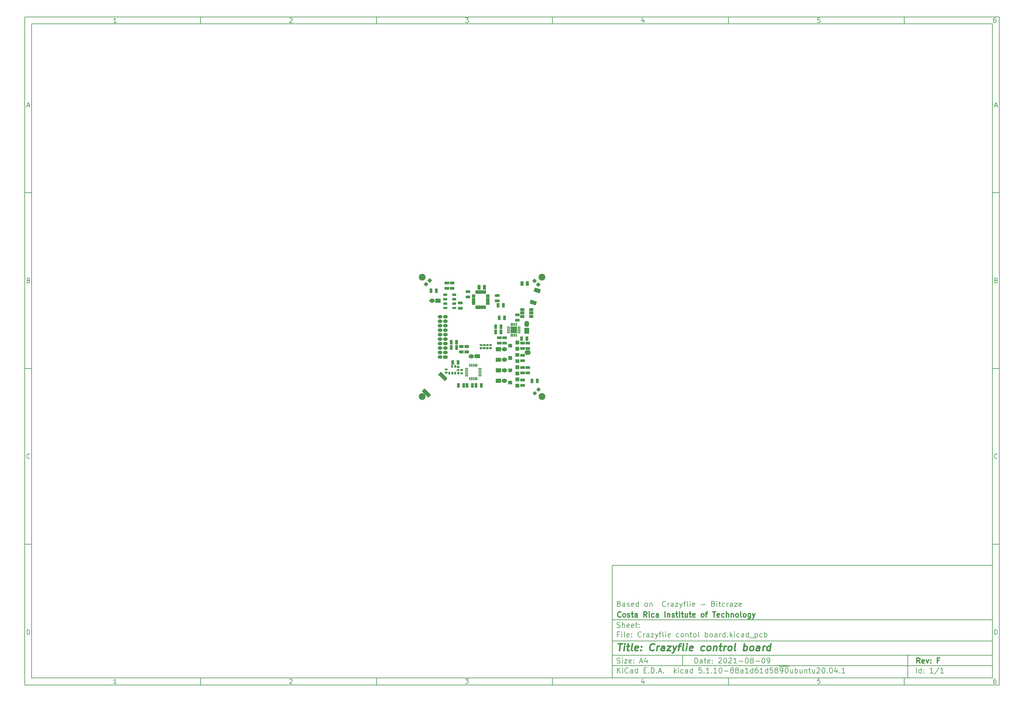
<source format=gts>
%TF.GenerationSoftware,KiCad,Pcbnew,5.1.10-88a1d61d58~90~ubuntu20.04.1*%
%TF.CreationDate,2021-08-22T20:49:51-06:00*%
%TF.ProjectId,Crazyflie contol board,4372617a-7966-46c6-9965-20636f6e746f,F*%
%TF.SameCoordinates,PX85839e8PY6052f5c*%
%TF.FileFunction,Soldermask,Top*%
%TF.FilePolarity,Negative*%
%FSLAX46Y46*%
G04 Gerber Fmt 4.6, Leading zero omitted, Abs format (unit mm)*
G04 Created by KiCad (PCBNEW 5.1.10-88a1d61d58~90~ubuntu20.04.1) date 2021-08-22 20:49:51*
%MOMM*%
%LPD*%
G01*
G04 APERTURE LIST*
%ADD10C,0.020000*%
%ADD11C,0.150000*%
%ADD12C,0.300000*%
%ADD13C,0.400000*%
%ADD14C,1.943100*%
%ADD15O,1.742440X1.341120*%
%ADD16O,1.541780X1.143000*%
%ADD17O,1.341120X0.942340*%
%ADD18O,0.942340X0.391160*%
%ADD19O,0.391160X0.942340*%
%ADD20C,0.523240*%
%ADD21O,1.341120X1.742440*%
G04 APERTURE END LIST*
D10*
D11*
X37002480Y-65004100D02*
X37002480Y-97004100D01*
X145002480Y-97004100D01*
X145002480Y-65004100D01*
X37002480Y-65004100D01*
D10*
D11*
X-129999720Y91003100D02*
X-129999720Y-99004100D01*
X147002480Y-99004100D01*
X147002480Y91003100D01*
X-129999720Y91003100D01*
D10*
D11*
X-127999720Y89003100D02*
X-127999720Y-97004100D01*
X145002480Y-97004100D01*
X145002480Y89003100D01*
X-127999720Y89003100D01*
D10*
D11*
X-79999720Y89003100D02*
X-79999720Y91003100D01*
D10*
D11*
X-29999720Y89003100D02*
X-29999720Y91003100D01*
D10*
D11*
X20000280Y89003100D02*
X20000280Y91003100D01*
D10*
D11*
X70000280Y89003100D02*
X70000280Y91003100D01*
D10*
D11*
X120000280Y89003100D02*
X120000280Y91003100D01*
D10*
D11*
X-103934244Y89415005D02*
X-104677101Y89415005D01*
X-104305673Y89415005D02*
X-104305673Y90715005D01*
X-104429482Y90529291D01*
X-104553292Y90405481D01*
X-104677101Y90343577D01*
D10*
D11*
X-54677101Y90591196D02*
X-54615197Y90653100D01*
X-54491387Y90715005D01*
X-54181863Y90715005D01*
X-54058054Y90653100D01*
X-53996149Y90591196D01*
X-53934244Y90467386D01*
X-53934244Y90343577D01*
X-53996149Y90157862D01*
X-54739006Y89415005D01*
X-53934244Y89415005D01*
D10*
D11*
X-4739006Y90715005D02*
X-3934244Y90715005D01*
X-4367578Y90219767D01*
X-4181863Y90219767D01*
X-4058054Y90157862D01*
X-3996149Y90095958D01*
X-3934244Y89972148D01*
X-3934244Y89662624D01*
X-3996149Y89538815D01*
X-4058054Y89476910D01*
X-4181863Y89415005D01*
X-4553292Y89415005D01*
X-4677101Y89476910D01*
X-4739006Y89538815D01*
D10*
D11*
X45941946Y90281672D02*
X45941946Y89415005D01*
X45632422Y90776910D02*
X45322899Y89848339D01*
X46127660Y89848339D01*
D10*
D11*
X96003851Y90715005D02*
X95384803Y90715005D01*
X95322899Y90095958D01*
X95384803Y90157862D01*
X95508613Y90219767D01*
X95818137Y90219767D01*
X95941946Y90157862D01*
X96003851Y90095958D01*
X96065756Y89972148D01*
X96065756Y89662624D01*
X96003851Y89538815D01*
X95941946Y89476910D01*
X95818137Y89415005D01*
X95508613Y89415005D01*
X95384803Y89476910D01*
X95322899Y89538815D01*
D10*
D11*
X145941946Y90715005D02*
X145694327Y90715005D01*
X145570518Y90653100D01*
X145508613Y90591196D01*
X145384803Y90405481D01*
X145322899Y90157862D01*
X145322899Y89662624D01*
X145384803Y89538815D01*
X145446708Y89476910D01*
X145570518Y89415005D01*
X145818137Y89415005D01*
X145941946Y89476910D01*
X146003851Y89538815D01*
X146065756Y89662624D01*
X146065756Y89972148D01*
X146003851Y90095958D01*
X145941946Y90157862D01*
X145818137Y90219767D01*
X145570518Y90219767D01*
X145446708Y90157862D01*
X145384803Y90095958D01*
X145322899Y89972148D01*
D10*
D11*
X-79999720Y-97004100D02*
X-79999720Y-99004100D01*
D10*
D11*
X-29999720Y-97004100D02*
X-29999720Y-99004100D01*
D10*
D11*
X20000280Y-97004100D02*
X20000280Y-99004100D01*
D10*
D11*
X70000280Y-97004100D02*
X70000280Y-99004100D01*
D10*
D11*
X120000280Y-97004100D02*
X120000280Y-99004100D01*
D10*
D11*
X-103934244Y-98592195D02*
X-104677101Y-98592195D01*
X-104305673Y-98592195D02*
X-104305673Y-97292195D01*
X-104429482Y-97477909D01*
X-104553292Y-97601719D01*
X-104677101Y-97663623D01*
D10*
D11*
X-54677101Y-97416004D02*
X-54615197Y-97354100D01*
X-54491387Y-97292195D01*
X-54181863Y-97292195D01*
X-54058054Y-97354100D01*
X-53996149Y-97416004D01*
X-53934244Y-97539814D01*
X-53934244Y-97663623D01*
X-53996149Y-97849338D01*
X-54739006Y-98592195D01*
X-53934244Y-98592195D01*
D10*
D11*
X-4739006Y-97292195D02*
X-3934244Y-97292195D01*
X-4367578Y-97787433D01*
X-4181863Y-97787433D01*
X-4058054Y-97849338D01*
X-3996149Y-97911242D01*
X-3934244Y-98035052D01*
X-3934244Y-98344576D01*
X-3996149Y-98468385D01*
X-4058054Y-98530290D01*
X-4181863Y-98592195D01*
X-4553292Y-98592195D01*
X-4677101Y-98530290D01*
X-4739006Y-98468385D01*
D10*
D11*
X45941946Y-97725528D02*
X45941946Y-98592195D01*
X45632422Y-97230290D02*
X45322899Y-98158861D01*
X46127660Y-98158861D01*
D10*
D11*
X96003851Y-97292195D02*
X95384803Y-97292195D01*
X95322899Y-97911242D01*
X95384803Y-97849338D01*
X95508613Y-97787433D01*
X95818137Y-97787433D01*
X95941946Y-97849338D01*
X96003851Y-97911242D01*
X96065756Y-98035052D01*
X96065756Y-98344576D01*
X96003851Y-98468385D01*
X95941946Y-98530290D01*
X95818137Y-98592195D01*
X95508613Y-98592195D01*
X95384803Y-98530290D01*
X95322899Y-98468385D01*
D10*
D11*
X145941946Y-97292195D02*
X145694327Y-97292195D01*
X145570518Y-97354100D01*
X145508613Y-97416004D01*
X145384803Y-97601719D01*
X145322899Y-97849338D01*
X145322899Y-98344576D01*
X145384803Y-98468385D01*
X145446708Y-98530290D01*
X145570518Y-98592195D01*
X145818137Y-98592195D01*
X145941946Y-98530290D01*
X146003851Y-98468385D01*
X146065756Y-98344576D01*
X146065756Y-98035052D01*
X146003851Y-97911242D01*
X145941946Y-97849338D01*
X145818137Y-97787433D01*
X145570518Y-97787433D01*
X145446708Y-97849338D01*
X145384803Y-97911242D01*
X145322899Y-98035052D01*
D10*
D11*
X-129999720Y41003100D02*
X-127999720Y41003100D01*
D10*
D11*
X-129999720Y-8996900D02*
X-127999720Y-8996900D01*
D10*
D11*
X-129999720Y-58996900D02*
X-127999720Y-58996900D01*
D10*
D11*
X-129309244Y65786434D02*
X-128690197Y65786434D01*
X-129433054Y65415005D02*
X-128999720Y66715005D01*
X-128566387Y65415005D01*
D10*
D11*
X-128906863Y16095958D02*
X-128721149Y16034053D01*
X-128659244Y15972148D01*
X-128597340Y15848339D01*
X-128597340Y15662624D01*
X-128659244Y15538815D01*
X-128721149Y15476910D01*
X-128844959Y15415005D01*
X-129340197Y15415005D01*
X-129340197Y16715005D01*
X-128906863Y16715005D01*
X-128783054Y16653100D01*
X-128721149Y16591196D01*
X-128659244Y16467386D01*
X-128659244Y16343577D01*
X-128721149Y16219767D01*
X-128783054Y16157862D01*
X-128906863Y16095958D01*
X-129340197Y16095958D01*
D10*
D11*
X-128597340Y-34461185D02*
X-128659244Y-34523090D01*
X-128844959Y-34584995D01*
X-128968768Y-34584995D01*
X-129154482Y-34523090D01*
X-129278292Y-34399280D01*
X-129340197Y-34275471D01*
X-129402101Y-34027852D01*
X-129402101Y-33842138D01*
X-129340197Y-33594519D01*
X-129278292Y-33470709D01*
X-129154482Y-33346900D01*
X-128968768Y-33284995D01*
X-128844959Y-33284995D01*
X-128659244Y-33346900D01*
X-128597340Y-33408804D01*
D10*
D11*
X-129340197Y-84584995D02*
X-129340197Y-83284995D01*
X-129030673Y-83284995D01*
X-128844959Y-83346900D01*
X-128721149Y-83470709D01*
X-128659244Y-83594519D01*
X-128597340Y-83842138D01*
X-128597340Y-84027852D01*
X-128659244Y-84275471D01*
X-128721149Y-84399280D01*
X-128844959Y-84523090D01*
X-129030673Y-84584995D01*
X-129340197Y-84584995D01*
D10*
D11*
X147002480Y41003100D02*
X145002480Y41003100D01*
D10*
D11*
X147002480Y-8996900D02*
X145002480Y-8996900D01*
D10*
D11*
X147002480Y-58996900D02*
X145002480Y-58996900D01*
D10*
D11*
X145692956Y65786434D02*
X146312003Y65786434D01*
X145569146Y65415005D02*
X146002480Y66715005D01*
X146435813Y65415005D01*
D10*
D11*
X146095337Y16095958D02*
X146281051Y16034053D01*
X146342956Y15972148D01*
X146404860Y15848339D01*
X146404860Y15662624D01*
X146342956Y15538815D01*
X146281051Y15476910D01*
X146157241Y15415005D01*
X145662003Y15415005D01*
X145662003Y16715005D01*
X146095337Y16715005D01*
X146219146Y16653100D01*
X146281051Y16591196D01*
X146342956Y16467386D01*
X146342956Y16343577D01*
X146281051Y16219767D01*
X146219146Y16157862D01*
X146095337Y16095958D01*
X145662003Y16095958D01*
D10*
D11*
X146404860Y-34461185D02*
X146342956Y-34523090D01*
X146157241Y-34584995D01*
X146033432Y-34584995D01*
X145847718Y-34523090D01*
X145723908Y-34399280D01*
X145662003Y-34275471D01*
X145600099Y-34027852D01*
X145600099Y-33842138D01*
X145662003Y-33594519D01*
X145723908Y-33470709D01*
X145847718Y-33346900D01*
X146033432Y-33284995D01*
X146157241Y-33284995D01*
X146342956Y-33346900D01*
X146404860Y-33408804D01*
D10*
D11*
X145662003Y-84584995D02*
X145662003Y-83284995D01*
X145971527Y-83284995D01*
X146157241Y-83346900D01*
X146281051Y-83470709D01*
X146342956Y-83594519D01*
X146404860Y-83842138D01*
X146404860Y-84027852D01*
X146342956Y-84275471D01*
X146281051Y-84399280D01*
X146157241Y-84523090D01*
X145971527Y-84584995D01*
X145662003Y-84584995D01*
D10*
D11*
X60434622Y-92782671D02*
X60434622Y-91282671D01*
X60791765Y-91282671D01*
X61006051Y-91354100D01*
X61148908Y-91496957D01*
X61220337Y-91639814D01*
X61291765Y-91925528D01*
X61291765Y-92139814D01*
X61220337Y-92425528D01*
X61148908Y-92568385D01*
X61006051Y-92711242D01*
X60791765Y-92782671D01*
X60434622Y-92782671D01*
X62577480Y-92782671D02*
X62577480Y-91996957D01*
X62506051Y-91854100D01*
X62363194Y-91782671D01*
X62077480Y-91782671D01*
X61934622Y-91854100D01*
X62577480Y-92711242D02*
X62434622Y-92782671D01*
X62077480Y-92782671D01*
X61934622Y-92711242D01*
X61863194Y-92568385D01*
X61863194Y-92425528D01*
X61934622Y-92282671D01*
X62077480Y-92211242D01*
X62434622Y-92211242D01*
X62577480Y-92139814D01*
X63077480Y-91782671D02*
X63648908Y-91782671D01*
X63291765Y-91282671D02*
X63291765Y-92568385D01*
X63363194Y-92711242D01*
X63506051Y-92782671D01*
X63648908Y-92782671D01*
X64720337Y-92711242D02*
X64577480Y-92782671D01*
X64291765Y-92782671D01*
X64148908Y-92711242D01*
X64077480Y-92568385D01*
X64077480Y-91996957D01*
X64148908Y-91854100D01*
X64291765Y-91782671D01*
X64577480Y-91782671D01*
X64720337Y-91854100D01*
X64791765Y-91996957D01*
X64791765Y-92139814D01*
X64077480Y-92282671D01*
X65434622Y-92639814D02*
X65506051Y-92711242D01*
X65434622Y-92782671D01*
X65363194Y-92711242D01*
X65434622Y-92639814D01*
X65434622Y-92782671D01*
X65434622Y-91854100D02*
X65506051Y-91925528D01*
X65434622Y-91996957D01*
X65363194Y-91925528D01*
X65434622Y-91854100D01*
X65434622Y-91996957D01*
X67220337Y-91425528D02*
X67291765Y-91354100D01*
X67434622Y-91282671D01*
X67791765Y-91282671D01*
X67934622Y-91354100D01*
X68006051Y-91425528D01*
X68077480Y-91568385D01*
X68077480Y-91711242D01*
X68006051Y-91925528D01*
X67148908Y-92782671D01*
X68077480Y-92782671D01*
X69006051Y-91282671D02*
X69148908Y-91282671D01*
X69291765Y-91354100D01*
X69363194Y-91425528D01*
X69434622Y-91568385D01*
X69506051Y-91854100D01*
X69506051Y-92211242D01*
X69434622Y-92496957D01*
X69363194Y-92639814D01*
X69291765Y-92711242D01*
X69148908Y-92782671D01*
X69006051Y-92782671D01*
X68863194Y-92711242D01*
X68791765Y-92639814D01*
X68720337Y-92496957D01*
X68648908Y-92211242D01*
X68648908Y-91854100D01*
X68720337Y-91568385D01*
X68791765Y-91425528D01*
X68863194Y-91354100D01*
X69006051Y-91282671D01*
X70077480Y-91425528D02*
X70148908Y-91354100D01*
X70291765Y-91282671D01*
X70648908Y-91282671D01*
X70791765Y-91354100D01*
X70863194Y-91425528D01*
X70934622Y-91568385D01*
X70934622Y-91711242D01*
X70863194Y-91925528D01*
X70006051Y-92782671D01*
X70934622Y-92782671D01*
X72363194Y-92782671D02*
X71506051Y-92782671D01*
X71934622Y-92782671D02*
X71934622Y-91282671D01*
X71791765Y-91496957D01*
X71648908Y-91639814D01*
X71506051Y-91711242D01*
X73006051Y-92211242D02*
X74148908Y-92211242D01*
X75148908Y-91282671D02*
X75291765Y-91282671D01*
X75434622Y-91354100D01*
X75506051Y-91425528D01*
X75577480Y-91568385D01*
X75648908Y-91854100D01*
X75648908Y-92211242D01*
X75577480Y-92496957D01*
X75506051Y-92639814D01*
X75434622Y-92711242D01*
X75291765Y-92782671D01*
X75148908Y-92782671D01*
X75006051Y-92711242D01*
X74934622Y-92639814D01*
X74863194Y-92496957D01*
X74791765Y-92211242D01*
X74791765Y-91854100D01*
X74863194Y-91568385D01*
X74934622Y-91425528D01*
X75006051Y-91354100D01*
X75148908Y-91282671D01*
X76506051Y-91925528D02*
X76363194Y-91854100D01*
X76291765Y-91782671D01*
X76220337Y-91639814D01*
X76220337Y-91568385D01*
X76291765Y-91425528D01*
X76363194Y-91354100D01*
X76506051Y-91282671D01*
X76791765Y-91282671D01*
X76934622Y-91354100D01*
X77006051Y-91425528D01*
X77077480Y-91568385D01*
X77077480Y-91639814D01*
X77006051Y-91782671D01*
X76934622Y-91854100D01*
X76791765Y-91925528D01*
X76506051Y-91925528D01*
X76363194Y-91996957D01*
X76291765Y-92068385D01*
X76220337Y-92211242D01*
X76220337Y-92496957D01*
X76291765Y-92639814D01*
X76363194Y-92711242D01*
X76506051Y-92782671D01*
X76791765Y-92782671D01*
X76934622Y-92711242D01*
X77006051Y-92639814D01*
X77077480Y-92496957D01*
X77077480Y-92211242D01*
X77006051Y-92068385D01*
X76934622Y-91996957D01*
X76791765Y-91925528D01*
X77720337Y-92211242D02*
X78863194Y-92211242D01*
X79863194Y-91282671D02*
X80006051Y-91282671D01*
X80148908Y-91354100D01*
X80220337Y-91425528D01*
X80291765Y-91568385D01*
X80363194Y-91854100D01*
X80363194Y-92211242D01*
X80291765Y-92496957D01*
X80220337Y-92639814D01*
X80148908Y-92711242D01*
X80006051Y-92782671D01*
X79863194Y-92782671D01*
X79720337Y-92711242D01*
X79648908Y-92639814D01*
X79577480Y-92496957D01*
X79506051Y-92211242D01*
X79506051Y-91854100D01*
X79577480Y-91568385D01*
X79648908Y-91425528D01*
X79720337Y-91354100D01*
X79863194Y-91282671D01*
X81077480Y-92782671D02*
X81363194Y-92782671D01*
X81506051Y-92711242D01*
X81577480Y-92639814D01*
X81720337Y-92425528D01*
X81791765Y-92139814D01*
X81791765Y-91568385D01*
X81720337Y-91425528D01*
X81648908Y-91354100D01*
X81506051Y-91282671D01*
X81220337Y-91282671D01*
X81077480Y-91354100D01*
X81006051Y-91425528D01*
X80934622Y-91568385D01*
X80934622Y-91925528D01*
X81006051Y-92068385D01*
X81077480Y-92139814D01*
X81220337Y-92211242D01*
X81506051Y-92211242D01*
X81648908Y-92139814D01*
X81720337Y-92068385D01*
X81791765Y-91925528D01*
D10*
D11*
X37002480Y-93504100D02*
X145002480Y-93504100D01*
D10*
D11*
X38434622Y-95582671D02*
X38434622Y-94082671D01*
X39291765Y-95582671D02*
X38648908Y-94725528D01*
X39291765Y-94082671D02*
X38434622Y-94939814D01*
X39934622Y-95582671D02*
X39934622Y-94582671D01*
X39934622Y-94082671D02*
X39863194Y-94154100D01*
X39934622Y-94225528D01*
X40006051Y-94154100D01*
X39934622Y-94082671D01*
X39934622Y-94225528D01*
X41506051Y-95439814D02*
X41434622Y-95511242D01*
X41220337Y-95582671D01*
X41077480Y-95582671D01*
X40863194Y-95511242D01*
X40720337Y-95368385D01*
X40648908Y-95225528D01*
X40577480Y-94939814D01*
X40577480Y-94725528D01*
X40648908Y-94439814D01*
X40720337Y-94296957D01*
X40863194Y-94154100D01*
X41077480Y-94082671D01*
X41220337Y-94082671D01*
X41434622Y-94154100D01*
X41506051Y-94225528D01*
X42791765Y-95582671D02*
X42791765Y-94796957D01*
X42720337Y-94654100D01*
X42577480Y-94582671D01*
X42291765Y-94582671D01*
X42148908Y-94654100D01*
X42791765Y-95511242D02*
X42648908Y-95582671D01*
X42291765Y-95582671D01*
X42148908Y-95511242D01*
X42077480Y-95368385D01*
X42077480Y-95225528D01*
X42148908Y-95082671D01*
X42291765Y-95011242D01*
X42648908Y-95011242D01*
X42791765Y-94939814D01*
X44148908Y-95582671D02*
X44148908Y-94082671D01*
X44148908Y-95511242D02*
X44006051Y-95582671D01*
X43720337Y-95582671D01*
X43577480Y-95511242D01*
X43506051Y-95439814D01*
X43434622Y-95296957D01*
X43434622Y-94868385D01*
X43506051Y-94725528D01*
X43577480Y-94654100D01*
X43720337Y-94582671D01*
X44006051Y-94582671D01*
X44148908Y-94654100D01*
X46006051Y-94796957D02*
X46506051Y-94796957D01*
X46720337Y-95582671D02*
X46006051Y-95582671D01*
X46006051Y-94082671D01*
X46720337Y-94082671D01*
X47363194Y-95439814D02*
X47434622Y-95511242D01*
X47363194Y-95582671D01*
X47291765Y-95511242D01*
X47363194Y-95439814D01*
X47363194Y-95582671D01*
X48077480Y-95582671D02*
X48077480Y-94082671D01*
X48434622Y-94082671D01*
X48648908Y-94154100D01*
X48791765Y-94296957D01*
X48863194Y-94439814D01*
X48934622Y-94725528D01*
X48934622Y-94939814D01*
X48863194Y-95225528D01*
X48791765Y-95368385D01*
X48648908Y-95511242D01*
X48434622Y-95582671D01*
X48077480Y-95582671D01*
X49577480Y-95439814D02*
X49648908Y-95511242D01*
X49577480Y-95582671D01*
X49506051Y-95511242D01*
X49577480Y-95439814D01*
X49577480Y-95582671D01*
X50220337Y-95154100D02*
X50934622Y-95154100D01*
X50077480Y-95582671D02*
X50577480Y-94082671D01*
X51077480Y-95582671D01*
X51577480Y-95439814D02*
X51648908Y-95511242D01*
X51577480Y-95582671D01*
X51506051Y-95511242D01*
X51577480Y-95439814D01*
X51577480Y-95582671D01*
X54577480Y-95582671D02*
X54577480Y-94082671D01*
X54720337Y-95011242D02*
X55148908Y-95582671D01*
X55148908Y-94582671D02*
X54577480Y-95154100D01*
X55791765Y-95582671D02*
X55791765Y-94582671D01*
X55791765Y-94082671D02*
X55720337Y-94154100D01*
X55791765Y-94225528D01*
X55863194Y-94154100D01*
X55791765Y-94082671D01*
X55791765Y-94225528D01*
X57148908Y-95511242D02*
X57006051Y-95582671D01*
X56720337Y-95582671D01*
X56577480Y-95511242D01*
X56506051Y-95439814D01*
X56434622Y-95296957D01*
X56434622Y-94868385D01*
X56506051Y-94725528D01*
X56577480Y-94654100D01*
X56720337Y-94582671D01*
X57006051Y-94582671D01*
X57148908Y-94654100D01*
X58434622Y-95582671D02*
X58434622Y-94796957D01*
X58363194Y-94654100D01*
X58220337Y-94582671D01*
X57934622Y-94582671D01*
X57791765Y-94654100D01*
X58434622Y-95511242D02*
X58291765Y-95582671D01*
X57934622Y-95582671D01*
X57791765Y-95511242D01*
X57720337Y-95368385D01*
X57720337Y-95225528D01*
X57791765Y-95082671D01*
X57934622Y-95011242D01*
X58291765Y-95011242D01*
X58434622Y-94939814D01*
X59791765Y-95582671D02*
X59791765Y-94082671D01*
X59791765Y-95511242D02*
X59648908Y-95582671D01*
X59363194Y-95582671D01*
X59220337Y-95511242D01*
X59148908Y-95439814D01*
X59077480Y-95296957D01*
X59077480Y-94868385D01*
X59148908Y-94725528D01*
X59220337Y-94654100D01*
X59363194Y-94582671D01*
X59648908Y-94582671D01*
X59791765Y-94654100D01*
X62363194Y-94082671D02*
X61648908Y-94082671D01*
X61577480Y-94796957D01*
X61648908Y-94725528D01*
X61791765Y-94654100D01*
X62148908Y-94654100D01*
X62291765Y-94725528D01*
X62363194Y-94796957D01*
X62434622Y-94939814D01*
X62434622Y-95296957D01*
X62363194Y-95439814D01*
X62291765Y-95511242D01*
X62148908Y-95582671D01*
X61791765Y-95582671D01*
X61648908Y-95511242D01*
X61577480Y-95439814D01*
X63077480Y-95439814D02*
X63148908Y-95511242D01*
X63077480Y-95582671D01*
X63006051Y-95511242D01*
X63077480Y-95439814D01*
X63077480Y-95582671D01*
X64577480Y-95582671D02*
X63720337Y-95582671D01*
X64148908Y-95582671D02*
X64148908Y-94082671D01*
X64006051Y-94296957D01*
X63863194Y-94439814D01*
X63720337Y-94511242D01*
X65220337Y-95439814D02*
X65291765Y-95511242D01*
X65220337Y-95582671D01*
X65148908Y-95511242D01*
X65220337Y-95439814D01*
X65220337Y-95582671D01*
X66720337Y-95582671D02*
X65863194Y-95582671D01*
X66291765Y-95582671D02*
X66291765Y-94082671D01*
X66148908Y-94296957D01*
X66006051Y-94439814D01*
X65863194Y-94511242D01*
X67648908Y-94082671D02*
X67791765Y-94082671D01*
X67934622Y-94154100D01*
X68006051Y-94225528D01*
X68077480Y-94368385D01*
X68148908Y-94654100D01*
X68148908Y-95011242D01*
X68077480Y-95296957D01*
X68006051Y-95439814D01*
X67934622Y-95511242D01*
X67791765Y-95582671D01*
X67648908Y-95582671D01*
X67506051Y-95511242D01*
X67434622Y-95439814D01*
X67363194Y-95296957D01*
X67291765Y-95011242D01*
X67291765Y-94654100D01*
X67363194Y-94368385D01*
X67434622Y-94225528D01*
X67506051Y-94154100D01*
X67648908Y-94082671D01*
X68791765Y-95011242D02*
X69934622Y-95011242D01*
X70863194Y-94725528D02*
X70720337Y-94654100D01*
X70648908Y-94582671D01*
X70577480Y-94439814D01*
X70577480Y-94368385D01*
X70648908Y-94225528D01*
X70720337Y-94154100D01*
X70863194Y-94082671D01*
X71148908Y-94082671D01*
X71291765Y-94154100D01*
X71363194Y-94225528D01*
X71434622Y-94368385D01*
X71434622Y-94439814D01*
X71363194Y-94582671D01*
X71291765Y-94654100D01*
X71148908Y-94725528D01*
X70863194Y-94725528D01*
X70720337Y-94796957D01*
X70648908Y-94868385D01*
X70577480Y-95011242D01*
X70577480Y-95296957D01*
X70648908Y-95439814D01*
X70720337Y-95511242D01*
X70863194Y-95582671D01*
X71148908Y-95582671D01*
X71291765Y-95511242D01*
X71363194Y-95439814D01*
X71434622Y-95296957D01*
X71434622Y-95011242D01*
X71363194Y-94868385D01*
X71291765Y-94796957D01*
X71148908Y-94725528D01*
X72291765Y-94725528D02*
X72148908Y-94654100D01*
X72077480Y-94582671D01*
X72006051Y-94439814D01*
X72006051Y-94368385D01*
X72077480Y-94225528D01*
X72148908Y-94154100D01*
X72291765Y-94082671D01*
X72577480Y-94082671D01*
X72720337Y-94154100D01*
X72791765Y-94225528D01*
X72863194Y-94368385D01*
X72863194Y-94439814D01*
X72791765Y-94582671D01*
X72720337Y-94654100D01*
X72577480Y-94725528D01*
X72291765Y-94725528D01*
X72148908Y-94796957D01*
X72077480Y-94868385D01*
X72006051Y-95011242D01*
X72006051Y-95296957D01*
X72077480Y-95439814D01*
X72148908Y-95511242D01*
X72291765Y-95582671D01*
X72577480Y-95582671D01*
X72720337Y-95511242D01*
X72791765Y-95439814D01*
X72863194Y-95296957D01*
X72863194Y-95011242D01*
X72791765Y-94868385D01*
X72720337Y-94796957D01*
X72577480Y-94725528D01*
X74148908Y-95582671D02*
X74148908Y-94796957D01*
X74077480Y-94654100D01*
X73934622Y-94582671D01*
X73648908Y-94582671D01*
X73506051Y-94654100D01*
X74148908Y-95511242D02*
X74006051Y-95582671D01*
X73648908Y-95582671D01*
X73506051Y-95511242D01*
X73434622Y-95368385D01*
X73434622Y-95225528D01*
X73506051Y-95082671D01*
X73648908Y-95011242D01*
X74006051Y-95011242D01*
X74148908Y-94939814D01*
X75648908Y-95582671D02*
X74791765Y-95582671D01*
X75220337Y-95582671D02*
X75220337Y-94082671D01*
X75077480Y-94296957D01*
X74934622Y-94439814D01*
X74791765Y-94511242D01*
X76934622Y-95582671D02*
X76934622Y-94082671D01*
X76934622Y-95511242D02*
X76791765Y-95582671D01*
X76506051Y-95582671D01*
X76363194Y-95511242D01*
X76291765Y-95439814D01*
X76220337Y-95296957D01*
X76220337Y-94868385D01*
X76291765Y-94725528D01*
X76363194Y-94654100D01*
X76506051Y-94582671D01*
X76791765Y-94582671D01*
X76934622Y-94654100D01*
X78291765Y-94082671D02*
X78006051Y-94082671D01*
X77863194Y-94154100D01*
X77791765Y-94225528D01*
X77648908Y-94439814D01*
X77577480Y-94725528D01*
X77577480Y-95296957D01*
X77648908Y-95439814D01*
X77720337Y-95511242D01*
X77863194Y-95582671D01*
X78148908Y-95582671D01*
X78291765Y-95511242D01*
X78363194Y-95439814D01*
X78434622Y-95296957D01*
X78434622Y-94939814D01*
X78363194Y-94796957D01*
X78291765Y-94725528D01*
X78148908Y-94654100D01*
X77863194Y-94654100D01*
X77720337Y-94725528D01*
X77648908Y-94796957D01*
X77577480Y-94939814D01*
X79863194Y-95582671D02*
X79006051Y-95582671D01*
X79434622Y-95582671D02*
X79434622Y-94082671D01*
X79291765Y-94296957D01*
X79148908Y-94439814D01*
X79006051Y-94511242D01*
X81148908Y-95582671D02*
X81148908Y-94082671D01*
X81148908Y-95511242D02*
X81006051Y-95582671D01*
X80720337Y-95582671D01*
X80577480Y-95511242D01*
X80506051Y-95439814D01*
X80434622Y-95296957D01*
X80434622Y-94868385D01*
X80506051Y-94725528D01*
X80577480Y-94654100D01*
X80720337Y-94582671D01*
X81006051Y-94582671D01*
X81148908Y-94654100D01*
X82577480Y-94082671D02*
X81863194Y-94082671D01*
X81791765Y-94796957D01*
X81863194Y-94725528D01*
X82006051Y-94654100D01*
X82363194Y-94654100D01*
X82506051Y-94725528D01*
X82577480Y-94796957D01*
X82648908Y-94939814D01*
X82648908Y-95296957D01*
X82577480Y-95439814D01*
X82506051Y-95511242D01*
X82363194Y-95582671D01*
X82006051Y-95582671D01*
X81863194Y-95511242D01*
X81791765Y-95439814D01*
X83506051Y-94725528D02*
X83363194Y-94654100D01*
X83291765Y-94582671D01*
X83220337Y-94439814D01*
X83220337Y-94368385D01*
X83291765Y-94225528D01*
X83363194Y-94154100D01*
X83506051Y-94082671D01*
X83791765Y-94082671D01*
X83934622Y-94154100D01*
X84006051Y-94225528D01*
X84077480Y-94368385D01*
X84077480Y-94439814D01*
X84006051Y-94582671D01*
X83934622Y-94654100D01*
X83791765Y-94725528D01*
X83506051Y-94725528D01*
X83363194Y-94796957D01*
X83291765Y-94868385D01*
X83220337Y-95011242D01*
X83220337Y-95296957D01*
X83291765Y-95439814D01*
X83363194Y-95511242D01*
X83506051Y-95582671D01*
X83791765Y-95582671D01*
X83934622Y-95511242D01*
X84006051Y-95439814D01*
X84077480Y-95296957D01*
X84077480Y-95011242D01*
X84006051Y-94868385D01*
X83934622Y-94796957D01*
X83791765Y-94725528D01*
X84363194Y-93674100D02*
X85791765Y-93674100D01*
X84791765Y-95582671D02*
X85077480Y-95582671D01*
X85220337Y-95511242D01*
X85291765Y-95439814D01*
X85434622Y-95225528D01*
X85506051Y-94939814D01*
X85506051Y-94368385D01*
X85434622Y-94225528D01*
X85363194Y-94154100D01*
X85220337Y-94082671D01*
X84934622Y-94082671D01*
X84791765Y-94154100D01*
X84720337Y-94225528D01*
X84648908Y-94368385D01*
X84648908Y-94725528D01*
X84720337Y-94868385D01*
X84791765Y-94939814D01*
X84934622Y-95011242D01*
X85220337Y-95011242D01*
X85363194Y-94939814D01*
X85434622Y-94868385D01*
X85506051Y-94725528D01*
X85791765Y-93674100D02*
X87220337Y-93674100D01*
X86434622Y-94082671D02*
X86577479Y-94082671D01*
X86720337Y-94154100D01*
X86791765Y-94225528D01*
X86863194Y-94368385D01*
X86934622Y-94654100D01*
X86934622Y-95011242D01*
X86863194Y-95296957D01*
X86791765Y-95439814D01*
X86720337Y-95511242D01*
X86577479Y-95582671D01*
X86434622Y-95582671D01*
X86291765Y-95511242D01*
X86220337Y-95439814D01*
X86148908Y-95296957D01*
X86077479Y-95011242D01*
X86077479Y-94654100D01*
X86148908Y-94368385D01*
X86220337Y-94225528D01*
X86291765Y-94154100D01*
X86434622Y-94082671D01*
X88220337Y-94582671D02*
X88220337Y-95582671D01*
X87577479Y-94582671D02*
X87577479Y-95368385D01*
X87648908Y-95511242D01*
X87791765Y-95582671D01*
X88006051Y-95582671D01*
X88148908Y-95511242D01*
X88220337Y-95439814D01*
X88934622Y-95582671D02*
X88934622Y-94082671D01*
X88934622Y-94654100D02*
X89077479Y-94582671D01*
X89363194Y-94582671D01*
X89506051Y-94654100D01*
X89577479Y-94725528D01*
X89648908Y-94868385D01*
X89648908Y-95296957D01*
X89577479Y-95439814D01*
X89506051Y-95511242D01*
X89363194Y-95582671D01*
X89077479Y-95582671D01*
X88934622Y-95511242D01*
X90934622Y-94582671D02*
X90934622Y-95582671D01*
X90291765Y-94582671D02*
X90291765Y-95368385D01*
X90363194Y-95511242D01*
X90506051Y-95582671D01*
X90720337Y-95582671D01*
X90863194Y-95511242D01*
X90934622Y-95439814D01*
X91648908Y-94582671D02*
X91648908Y-95582671D01*
X91648908Y-94725528D02*
X91720337Y-94654100D01*
X91863194Y-94582671D01*
X92077479Y-94582671D01*
X92220337Y-94654100D01*
X92291765Y-94796957D01*
X92291765Y-95582671D01*
X92791765Y-94582671D02*
X93363194Y-94582671D01*
X93006051Y-94082671D02*
X93006051Y-95368385D01*
X93077479Y-95511242D01*
X93220337Y-95582671D01*
X93363194Y-95582671D01*
X94506051Y-94582671D02*
X94506051Y-95582671D01*
X93863194Y-94582671D02*
X93863194Y-95368385D01*
X93934622Y-95511242D01*
X94077480Y-95582671D01*
X94291765Y-95582671D01*
X94434622Y-95511242D01*
X94506051Y-95439814D01*
X95148908Y-94225528D02*
X95220337Y-94154100D01*
X95363194Y-94082671D01*
X95720337Y-94082671D01*
X95863194Y-94154100D01*
X95934622Y-94225528D01*
X96006051Y-94368385D01*
X96006051Y-94511242D01*
X95934622Y-94725528D01*
X95077480Y-95582671D01*
X96006051Y-95582671D01*
X96934622Y-94082671D02*
X97077479Y-94082671D01*
X97220337Y-94154100D01*
X97291765Y-94225528D01*
X97363194Y-94368385D01*
X97434622Y-94654100D01*
X97434622Y-95011242D01*
X97363194Y-95296957D01*
X97291765Y-95439814D01*
X97220337Y-95511242D01*
X97077479Y-95582671D01*
X96934622Y-95582671D01*
X96791765Y-95511242D01*
X96720337Y-95439814D01*
X96648908Y-95296957D01*
X96577479Y-95011242D01*
X96577479Y-94654100D01*
X96648908Y-94368385D01*
X96720337Y-94225528D01*
X96791765Y-94154100D01*
X96934622Y-94082671D01*
X98077479Y-95439814D02*
X98148908Y-95511242D01*
X98077479Y-95582671D01*
X98006051Y-95511242D01*
X98077479Y-95439814D01*
X98077479Y-95582671D01*
X99077479Y-94082671D02*
X99220337Y-94082671D01*
X99363194Y-94154100D01*
X99434622Y-94225528D01*
X99506051Y-94368385D01*
X99577479Y-94654100D01*
X99577479Y-95011242D01*
X99506051Y-95296957D01*
X99434622Y-95439814D01*
X99363194Y-95511242D01*
X99220337Y-95582671D01*
X99077479Y-95582671D01*
X98934622Y-95511242D01*
X98863194Y-95439814D01*
X98791765Y-95296957D01*
X98720337Y-95011242D01*
X98720337Y-94654100D01*
X98791765Y-94368385D01*
X98863194Y-94225528D01*
X98934622Y-94154100D01*
X99077479Y-94082671D01*
X100863194Y-94582671D02*
X100863194Y-95582671D01*
X100506051Y-94011242D02*
X100148908Y-95082671D01*
X101077479Y-95082671D01*
X101648908Y-95439814D02*
X101720337Y-95511242D01*
X101648908Y-95582671D01*
X101577479Y-95511242D01*
X101648908Y-95439814D01*
X101648908Y-95582671D01*
X103148908Y-95582671D02*
X102291765Y-95582671D01*
X102720337Y-95582671D02*
X102720337Y-94082671D01*
X102577479Y-94296957D01*
X102434622Y-94439814D01*
X102291765Y-94511242D01*
D10*
D11*
X37002480Y-90504100D02*
X145002480Y-90504100D01*
D10*
D12*
X124411765Y-92782671D02*
X123911765Y-92068385D01*
X123554622Y-92782671D02*
X123554622Y-91282671D01*
X124126051Y-91282671D01*
X124268908Y-91354100D01*
X124340337Y-91425528D01*
X124411765Y-91568385D01*
X124411765Y-91782671D01*
X124340337Y-91925528D01*
X124268908Y-91996957D01*
X124126051Y-92068385D01*
X123554622Y-92068385D01*
X125626051Y-92711242D02*
X125483194Y-92782671D01*
X125197480Y-92782671D01*
X125054622Y-92711242D01*
X124983194Y-92568385D01*
X124983194Y-91996957D01*
X125054622Y-91854100D01*
X125197480Y-91782671D01*
X125483194Y-91782671D01*
X125626051Y-91854100D01*
X125697480Y-91996957D01*
X125697480Y-92139814D01*
X124983194Y-92282671D01*
X126197480Y-91782671D02*
X126554622Y-92782671D01*
X126911765Y-91782671D01*
X127483194Y-92639814D02*
X127554622Y-92711242D01*
X127483194Y-92782671D01*
X127411765Y-92711242D01*
X127483194Y-92639814D01*
X127483194Y-92782671D01*
X127483194Y-91854100D02*
X127554622Y-91925528D01*
X127483194Y-91996957D01*
X127411765Y-91925528D01*
X127483194Y-91854100D01*
X127483194Y-91996957D01*
X129840337Y-91996957D02*
X129340337Y-91996957D01*
X129340337Y-92782671D02*
X129340337Y-91282671D01*
X130054622Y-91282671D01*
D10*
D11*
X38363194Y-92711242D02*
X38577480Y-92782671D01*
X38934622Y-92782671D01*
X39077480Y-92711242D01*
X39148908Y-92639814D01*
X39220337Y-92496957D01*
X39220337Y-92354100D01*
X39148908Y-92211242D01*
X39077480Y-92139814D01*
X38934622Y-92068385D01*
X38648908Y-91996957D01*
X38506051Y-91925528D01*
X38434622Y-91854100D01*
X38363194Y-91711242D01*
X38363194Y-91568385D01*
X38434622Y-91425528D01*
X38506051Y-91354100D01*
X38648908Y-91282671D01*
X39006051Y-91282671D01*
X39220337Y-91354100D01*
X39863194Y-92782671D02*
X39863194Y-91782671D01*
X39863194Y-91282671D02*
X39791765Y-91354100D01*
X39863194Y-91425528D01*
X39934622Y-91354100D01*
X39863194Y-91282671D01*
X39863194Y-91425528D01*
X40434622Y-91782671D02*
X41220337Y-91782671D01*
X40434622Y-92782671D01*
X41220337Y-92782671D01*
X42363194Y-92711242D02*
X42220337Y-92782671D01*
X41934622Y-92782671D01*
X41791765Y-92711242D01*
X41720337Y-92568385D01*
X41720337Y-91996957D01*
X41791765Y-91854100D01*
X41934622Y-91782671D01*
X42220337Y-91782671D01*
X42363194Y-91854100D01*
X42434622Y-91996957D01*
X42434622Y-92139814D01*
X41720337Y-92282671D01*
X43077480Y-92639814D02*
X43148908Y-92711242D01*
X43077480Y-92782671D01*
X43006051Y-92711242D01*
X43077480Y-92639814D01*
X43077480Y-92782671D01*
X43077480Y-91854100D02*
X43148908Y-91925528D01*
X43077480Y-91996957D01*
X43006051Y-91925528D01*
X43077480Y-91854100D01*
X43077480Y-91996957D01*
X44863194Y-92354100D02*
X45577480Y-92354100D01*
X44720337Y-92782671D02*
X45220337Y-91282671D01*
X45720337Y-92782671D01*
X46863194Y-91782671D02*
X46863194Y-92782671D01*
X46506051Y-91211242D02*
X46148908Y-92282671D01*
X47077480Y-92282671D01*
D10*
D11*
X123434622Y-95582671D02*
X123434622Y-94082671D01*
X124791765Y-95582671D02*
X124791765Y-94082671D01*
X124791765Y-95511242D02*
X124648908Y-95582671D01*
X124363194Y-95582671D01*
X124220337Y-95511242D01*
X124148908Y-95439814D01*
X124077480Y-95296957D01*
X124077480Y-94868385D01*
X124148908Y-94725528D01*
X124220337Y-94654100D01*
X124363194Y-94582671D01*
X124648908Y-94582671D01*
X124791765Y-94654100D01*
X125506051Y-95439814D02*
X125577480Y-95511242D01*
X125506051Y-95582671D01*
X125434622Y-95511242D01*
X125506051Y-95439814D01*
X125506051Y-95582671D01*
X125506051Y-94654100D02*
X125577480Y-94725528D01*
X125506051Y-94796957D01*
X125434622Y-94725528D01*
X125506051Y-94654100D01*
X125506051Y-94796957D01*
X128148908Y-95582671D02*
X127291765Y-95582671D01*
X127720337Y-95582671D02*
X127720337Y-94082671D01*
X127577480Y-94296957D01*
X127434622Y-94439814D01*
X127291765Y-94511242D01*
X129863194Y-94011242D02*
X128577480Y-95939814D01*
X131148908Y-95582671D02*
X130291765Y-95582671D01*
X130720337Y-95582671D02*
X130720337Y-94082671D01*
X130577480Y-94296957D01*
X130434622Y-94439814D01*
X130291765Y-94511242D01*
D10*
D11*
X37002480Y-86504100D02*
X145002480Y-86504100D01*
D10*
D13*
X38714860Y-87208861D02*
X39857718Y-87208861D01*
X39036289Y-89208861D02*
X39286289Y-87208861D01*
X40274384Y-89208861D02*
X40441051Y-87875528D01*
X40524384Y-87208861D02*
X40417241Y-87304100D01*
X40500575Y-87399338D01*
X40607718Y-87304100D01*
X40524384Y-87208861D01*
X40500575Y-87399338D01*
X41107718Y-87875528D02*
X41869622Y-87875528D01*
X41476765Y-87208861D02*
X41262480Y-88923147D01*
X41333908Y-89113623D01*
X41512480Y-89208861D01*
X41702956Y-89208861D01*
X42655337Y-89208861D02*
X42476765Y-89113623D01*
X42405337Y-88923147D01*
X42619622Y-87208861D01*
X44191051Y-89113623D02*
X43988670Y-89208861D01*
X43607718Y-89208861D01*
X43429146Y-89113623D01*
X43357718Y-88923147D01*
X43452956Y-88161242D01*
X43572003Y-87970766D01*
X43774384Y-87875528D01*
X44155337Y-87875528D01*
X44333908Y-87970766D01*
X44405337Y-88161242D01*
X44381527Y-88351719D01*
X43405337Y-88542195D01*
X45155337Y-89018385D02*
X45238670Y-89113623D01*
X45131527Y-89208861D01*
X45048194Y-89113623D01*
X45155337Y-89018385D01*
X45131527Y-89208861D01*
X45286289Y-87970766D02*
X45369622Y-88066004D01*
X45262480Y-88161242D01*
X45179146Y-88066004D01*
X45286289Y-87970766D01*
X45262480Y-88161242D01*
X48774384Y-89018385D02*
X48667241Y-89113623D01*
X48369622Y-89208861D01*
X48179146Y-89208861D01*
X47905337Y-89113623D01*
X47738670Y-88923147D01*
X47667241Y-88732671D01*
X47619622Y-88351719D01*
X47655337Y-88066004D01*
X47798194Y-87685052D01*
X47917241Y-87494576D01*
X48131527Y-87304100D01*
X48429146Y-87208861D01*
X48619622Y-87208861D01*
X48893432Y-87304100D01*
X48976765Y-87399338D01*
X49607718Y-89208861D02*
X49774384Y-87875528D01*
X49726765Y-88256480D02*
X49845813Y-88066004D01*
X49952956Y-87970766D01*
X50155337Y-87875528D01*
X50345813Y-87875528D01*
X51702956Y-89208861D02*
X51833908Y-88161242D01*
X51762480Y-87970766D01*
X51583908Y-87875528D01*
X51202956Y-87875528D01*
X51000575Y-87970766D01*
X51714860Y-89113623D02*
X51512480Y-89208861D01*
X51036289Y-89208861D01*
X50857718Y-89113623D01*
X50786289Y-88923147D01*
X50810099Y-88732671D01*
X50929146Y-88542195D01*
X51131527Y-88446957D01*
X51607718Y-88446957D01*
X51810099Y-88351719D01*
X52631527Y-87875528D02*
X53679146Y-87875528D01*
X52464860Y-89208861D01*
X53512480Y-89208861D01*
X54250575Y-87875528D02*
X54560099Y-89208861D01*
X55202956Y-87875528D02*
X54560099Y-89208861D01*
X54310099Y-89685052D01*
X54202956Y-89780290D01*
X54000575Y-89875528D01*
X55679146Y-87875528D02*
X56441051Y-87875528D01*
X55798194Y-89208861D02*
X56012480Y-87494576D01*
X56131527Y-87304100D01*
X56333908Y-87208861D01*
X56524384Y-87208861D01*
X57226765Y-89208861D02*
X57048194Y-89113623D01*
X56976765Y-88923147D01*
X57191051Y-87208861D01*
X57988670Y-89208861D02*
X58155337Y-87875528D01*
X58238670Y-87208861D02*
X58131527Y-87304100D01*
X58214860Y-87399338D01*
X58322003Y-87304100D01*
X58238670Y-87208861D01*
X58214860Y-87399338D01*
X59714860Y-89113623D02*
X59512480Y-89208861D01*
X59131527Y-89208861D01*
X58952956Y-89113623D01*
X58881527Y-88923147D01*
X58976765Y-88161242D01*
X59095813Y-87970766D01*
X59298194Y-87875528D01*
X59679146Y-87875528D01*
X59857718Y-87970766D01*
X59929146Y-88161242D01*
X59905337Y-88351719D01*
X58929146Y-88542195D01*
X63048194Y-89113623D02*
X62845813Y-89208861D01*
X62464860Y-89208861D01*
X62286289Y-89113623D01*
X62202956Y-89018385D01*
X62131527Y-88827909D01*
X62202956Y-88256480D01*
X62322003Y-88066004D01*
X62429146Y-87970766D01*
X62631527Y-87875528D01*
X63012480Y-87875528D01*
X63191051Y-87970766D01*
X64179146Y-89208861D02*
X64000575Y-89113623D01*
X63917241Y-89018385D01*
X63845813Y-88827909D01*
X63917241Y-88256480D01*
X64036289Y-88066004D01*
X64143432Y-87970766D01*
X64345813Y-87875528D01*
X64631527Y-87875528D01*
X64810099Y-87970766D01*
X64893432Y-88066004D01*
X64964860Y-88256480D01*
X64893432Y-88827909D01*
X64774384Y-89018385D01*
X64667241Y-89113623D01*
X64464860Y-89208861D01*
X64179146Y-89208861D01*
X65869622Y-87875528D02*
X65702956Y-89208861D01*
X65845813Y-88066004D02*
X65952956Y-87970766D01*
X66155337Y-87875528D01*
X66441051Y-87875528D01*
X66619622Y-87970766D01*
X66691051Y-88161242D01*
X66560099Y-89208861D01*
X67393432Y-87875528D02*
X68155337Y-87875528D01*
X67762480Y-87208861D02*
X67548194Y-88923147D01*
X67619622Y-89113623D01*
X67798194Y-89208861D01*
X67988670Y-89208861D01*
X68655337Y-89208861D02*
X68822003Y-87875528D01*
X68774384Y-88256480D02*
X68893432Y-88066004D01*
X69000575Y-87970766D01*
X69202956Y-87875528D01*
X69393432Y-87875528D01*
X70179146Y-89208861D02*
X70000575Y-89113623D01*
X69917241Y-89018385D01*
X69845813Y-88827909D01*
X69917241Y-88256480D01*
X70036289Y-88066004D01*
X70143432Y-87970766D01*
X70345813Y-87875528D01*
X70631527Y-87875528D01*
X70810099Y-87970766D01*
X70893432Y-88066004D01*
X70964860Y-88256480D01*
X70893432Y-88827909D01*
X70774384Y-89018385D01*
X70667241Y-89113623D01*
X70464860Y-89208861D01*
X70179146Y-89208861D01*
X71988670Y-89208861D02*
X71810099Y-89113623D01*
X71738670Y-88923147D01*
X71952956Y-87208861D01*
X74274384Y-89208861D02*
X74524384Y-87208861D01*
X74429146Y-87970766D02*
X74631527Y-87875528D01*
X75012480Y-87875528D01*
X75191051Y-87970766D01*
X75274384Y-88066004D01*
X75345813Y-88256480D01*
X75274384Y-88827909D01*
X75155337Y-89018385D01*
X75048194Y-89113623D01*
X74845813Y-89208861D01*
X74464860Y-89208861D01*
X74286289Y-89113623D01*
X76369622Y-89208861D02*
X76191051Y-89113623D01*
X76107718Y-89018385D01*
X76036289Y-88827909D01*
X76107718Y-88256480D01*
X76226765Y-88066004D01*
X76333908Y-87970766D01*
X76536289Y-87875528D01*
X76822003Y-87875528D01*
X77000575Y-87970766D01*
X77083908Y-88066004D01*
X77155337Y-88256480D01*
X77083908Y-88827909D01*
X76964860Y-89018385D01*
X76857718Y-89113623D01*
X76655337Y-89208861D01*
X76369622Y-89208861D01*
X78750575Y-89208861D02*
X78881527Y-88161242D01*
X78810099Y-87970766D01*
X78631527Y-87875528D01*
X78250575Y-87875528D01*
X78048194Y-87970766D01*
X78762480Y-89113623D02*
X78560099Y-89208861D01*
X78083908Y-89208861D01*
X77905337Y-89113623D01*
X77833908Y-88923147D01*
X77857718Y-88732671D01*
X77976765Y-88542195D01*
X78179146Y-88446957D01*
X78655337Y-88446957D01*
X78857718Y-88351719D01*
X79702956Y-89208861D02*
X79869622Y-87875528D01*
X79822003Y-88256480D02*
X79941051Y-88066004D01*
X80048194Y-87970766D01*
X80250575Y-87875528D01*
X80441051Y-87875528D01*
X81798194Y-89208861D02*
X82048194Y-87208861D01*
X81810099Y-89113623D02*
X81607718Y-89208861D01*
X81226765Y-89208861D01*
X81048194Y-89113623D01*
X80964860Y-89018385D01*
X80893432Y-88827909D01*
X80964860Y-88256480D01*
X81083908Y-88066004D01*
X81191051Y-87970766D01*
X81393432Y-87875528D01*
X81774384Y-87875528D01*
X81952956Y-87970766D01*
D10*
D11*
X38934622Y-84596957D02*
X38434622Y-84596957D01*
X38434622Y-85382671D02*
X38434622Y-83882671D01*
X39148908Y-83882671D01*
X39720337Y-85382671D02*
X39720337Y-84382671D01*
X39720337Y-83882671D02*
X39648908Y-83954100D01*
X39720337Y-84025528D01*
X39791765Y-83954100D01*
X39720337Y-83882671D01*
X39720337Y-84025528D01*
X40648908Y-85382671D02*
X40506051Y-85311242D01*
X40434622Y-85168385D01*
X40434622Y-83882671D01*
X41791765Y-85311242D02*
X41648908Y-85382671D01*
X41363194Y-85382671D01*
X41220337Y-85311242D01*
X41148908Y-85168385D01*
X41148908Y-84596957D01*
X41220337Y-84454100D01*
X41363194Y-84382671D01*
X41648908Y-84382671D01*
X41791765Y-84454100D01*
X41863194Y-84596957D01*
X41863194Y-84739814D01*
X41148908Y-84882671D01*
X42506051Y-85239814D02*
X42577480Y-85311242D01*
X42506051Y-85382671D01*
X42434622Y-85311242D01*
X42506051Y-85239814D01*
X42506051Y-85382671D01*
X42506051Y-84454100D02*
X42577480Y-84525528D01*
X42506051Y-84596957D01*
X42434622Y-84525528D01*
X42506051Y-84454100D01*
X42506051Y-84596957D01*
X45220337Y-85239814D02*
X45148908Y-85311242D01*
X44934622Y-85382671D01*
X44791765Y-85382671D01*
X44577480Y-85311242D01*
X44434622Y-85168385D01*
X44363194Y-85025528D01*
X44291765Y-84739814D01*
X44291765Y-84525528D01*
X44363194Y-84239814D01*
X44434622Y-84096957D01*
X44577480Y-83954100D01*
X44791765Y-83882671D01*
X44934622Y-83882671D01*
X45148908Y-83954100D01*
X45220337Y-84025528D01*
X45863194Y-85382671D02*
X45863194Y-84382671D01*
X45863194Y-84668385D02*
X45934622Y-84525528D01*
X46006051Y-84454100D01*
X46148908Y-84382671D01*
X46291765Y-84382671D01*
X47434622Y-85382671D02*
X47434622Y-84596957D01*
X47363194Y-84454100D01*
X47220337Y-84382671D01*
X46934622Y-84382671D01*
X46791765Y-84454100D01*
X47434622Y-85311242D02*
X47291765Y-85382671D01*
X46934622Y-85382671D01*
X46791765Y-85311242D01*
X46720337Y-85168385D01*
X46720337Y-85025528D01*
X46791765Y-84882671D01*
X46934622Y-84811242D01*
X47291765Y-84811242D01*
X47434622Y-84739814D01*
X48006051Y-84382671D02*
X48791765Y-84382671D01*
X48006051Y-85382671D01*
X48791765Y-85382671D01*
X49220337Y-84382671D02*
X49577480Y-85382671D01*
X49934622Y-84382671D02*
X49577480Y-85382671D01*
X49434622Y-85739814D01*
X49363194Y-85811242D01*
X49220337Y-85882671D01*
X50291765Y-84382671D02*
X50863194Y-84382671D01*
X50506051Y-85382671D02*
X50506051Y-84096957D01*
X50577480Y-83954100D01*
X50720337Y-83882671D01*
X50863194Y-83882671D01*
X51577480Y-85382671D02*
X51434622Y-85311242D01*
X51363194Y-85168385D01*
X51363194Y-83882671D01*
X52148908Y-85382671D02*
X52148908Y-84382671D01*
X52148908Y-83882671D02*
X52077480Y-83954100D01*
X52148908Y-84025528D01*
X52220337Y-83954100D01*
X52148908Y-83882671D01*
X52148908Y-84025528D01*
X53434622Y-85311242D02*
X53291765Y-85382671D01*
X53006051Y-85382671D01*
X52863194Y-85311242D01*
X52791765Y-85168385D01*
X52791765Y-84596957D01*
X52863194Y-84454100D01*
X53006051Y-84382671D01*
X53291765Y-84382671D01*
X53434622Y-84454100D01*
X53506051Y-84596957D01*
X53506051Y-84739814D01*
X52791765Y-84882671D01*
X55934622Y-85311242D02*
X55791765Y-85382671D01*
X55506051Y-85382671D01*
X55363194Y-85311242D01*
X55291765Y-85239814D01*
X55220337Y-85096957D01*
X55220337Y-84668385D01*
X55291765Y-84525528D01*
X55363194Y-84454100D01*
X55506051Y-84382671D01*
X55791765Y-84382671D01*
X55934622Y-84454100D01*
X56791765Y-85382671D02*
X56648908Y-85311242D01*
X56577480Y-85239814D01*
X56506051Y-85096957D01*
X56506051Y-84668385D01*
X56577480Y-84525528D01*
X56648908Y-84454100D01*
X56791765Y-84382671D01*
X57006051Y-84382671D01*
X57148908Y-84454100D01*
X57220337Y-84525528D01*
X57291765Y-84668385D01*
X57291765Y-85096957D01*
X57220337Y-85239814D01*
X57148908Y-85311242D01*
X57006051Y-85382671D01*
X56791765Y-85382671D01*
X57934622Y-84382671D02*
X57934622Y-85382671D01*
X57934622Y-84525528D02*
X58006051Y-84454100D01*
X58148908Y-84382671D01*
X58363194Y-84382671D01*
X58506051Y-84454100D01*
X58577480Y-84596957D01*
X58577480Y-85382671D01*
X59077480Y-84382671D02*
X59648908Y-84382671D01*
X59291765Y-83882671D02*
X59291765Y-85168385D01*
X59363194Y-85311242D01*
X59506051Y-85382671D01*
X59648908Y-85382671D01*
X60363194Y-85382671D02*
X60220337Y-85311242D01*
X60148908Y-85239814D01*
X60077480Y-85096957D01*
X60077480Y-84668385D01*
X60148908Y-84525528D01*
X60220337Y-84454100D01*
X60363194Y-84382671D01*
X60577480Y-84382671D01*
X60720337Y-84454100D01*
X60791765Y-84525528D01*
X60863194Y-84668385D01*
X60863194Y-85096957D01*
X60791765Y-85239814D01*
X60720337Y-85311242D01*
X60577480Y-85382671D01*
X60363194Y-85382671D01*
X61720337Y-85382671D02*
X61577480Y-85311242D01*
X61506051Y-85168385D01*
X61506051Y-83882671D01*
X63434622Y-85382671D02*
X63434622Y-83882671D01*
X63434622Y-84454100D02*
X63577480Y-84382671D01*
X63863194Y-84382671D01*
X64006051Y-84454100D01*
X64077480Y-84525528D01*
X64148908Y-84668385D01*
X64148908Y-85096957D01*
X64077480Y-85239814D01*
X64006051Y-85311242D01*
X63863194Y-85382671D01*
X63577480Y-85382671D01*
X63434622Y-85311242D01*
X65006051Y-85382671D02*
X64863194Y-85311242D01*
X64791765Y-85239814D01*
X64720337Y-85096957D01*
X64720337Y-84668385D01*
X64791765Y-84525528D01*
X64863194Y-84454100D01*
X65006051Y-84382671D01*
X65220337Y-84382671D01*
X65363194Y-84454100D01*
X65434622Y-84525528D01*
X65506051Y-84668385D01*
X65506051Y-85096957D01*
X65434622Y-85239814D01*
X65363194Y-85311242D01*
X65220337Y-85382671D01*
X65006051Y-85382671D01*
X66791765Y-85382671D02*
X66791765Y-84596957D01*
X66720337Y-84454100D01*
X66577480Y-84382671D01*
X66291765Y-84382671D01*
X66148908Y-84454100D01*
X66791765Y-85311242D02*
X66648908Y-85382671D01*
X66291765Y-85382671D01*
X66148908Y-85311242D01*
X66077480Y-85168385D01*
X66077480Y-85025528D01*
X66148908Y-84882671D01*
X66291765Y-84811242D01*
X66648908Y-84811242D01*
X66791765Y-84739814D01*
X67506051Y-85382671D02*
X67506051Y-84382671D01*
X67506051Y-84668385D02*
X67577480Y-84525528D01*
X67648908Y-84454100D01*
X67791765Y-84382671D01*
X67934622Y-84382671D01*
X69077480Y-85382671D02*
X69077480Y-83882671D01*
X69077480Y-85311242D02*
X68934622Y-85382671D01*
X68648908Y-85382671D01*
X68506051Y-85311242D01*
X68434622Y-85239814D01*
X68363194Y-85096957D01*
X68363194Y-84668385D01*
X68434622Y-84525528D01*
X68506051Y-84454100D01*
X68648908Y-84382671D01*
X68934622Y-84382671D01*
X69077480Y-84454100D01*
X69791765Y-85239814D02*
X69863194Y-85311242D01*
X69791765Y-85382671D01*
X69720337Y-85311242D01*
X69791765Y-85239814D01*
X69791765Y-85382671D01*
X70506051Y-85382671D02*
X70506051Y-83882671D01*
X70648908Y-84811242D02*
X71077480Y-85382671D01*
X71077480Y-84382671D02*
X70506051Y-84954100D01*
X71720337Y-85382671D02*
X71720337Y-84382671D01*
X71720337Y-83882671D02*
X71648908Y-83954100D01*
X71720337Y-84025528D01*
X71791765Y-83954100D01*
X71720337Y-83882671D01*
X71720337Y-84025528D01*
X73077480Y-85311242D02*
X72934622Y-85382671D01*
X72648908Y-85382671D01*
X72506051Y-85311242D01*
X72434622Y-85239814D01*
X72363194Y-85096957D01*
X72363194Y-84668385D01*
X72434622Y-84525528D01*
X72506051Y-84454100D01*
X72648908Y-84382671D01*
X72934622Y-84382671D01*
X73077480Y-84454100D01*
X74363194Y-85382671D02*
X74363194Y-84596957D01*
X74291765Y-84454100D01*
X74148908Y-84382671D01*
X73863194Y-84382671D01*
X73720337Y-84454100D01*
X74363194Y-85311242D02*
X74220337Y-85382671D01*
X73863194Y-85382671D01*
X73720337Y-85311242D01*
X73648908Y-85168385D01*
X73648908Y-85025528D01*
X73720337Y-84882671D01*
X73863194Y-84811242D01*
X74220337Y-84811242D01*
X74363194Y-84739814D01*
X75720337Y-85382671D02*
X75720337Y-83882671D01*
X75720337Y-85311242D02*
X75577480Y-85382671D01*
X75291765Y-85382671D01*
X75148908Y-85311242D01*
X75077480Y-85239814D01*
X75006051Y-85096957D01*
X75006051Y-84668385D01*
X75077480Y-84525528D01*
X75148908Y-84454100D01*
X75291765Y-84382671D01*
X75577480Y-84382671D01*
X75720337Y-84454100D01*
X76077480Y-85525528D02*
X77220337Y-85525528D01*
X77577480Y-84382671D02*
X77577480Y-85882671D01*
X77577480Y-84454100D02*
X77720337Y-84382671D01*
X78006051Y-84382671D01*
X78148908Y-84454100D01*
X78220337Y-84525528D01*
X78291765Y-84668385D01*
X78291765Y-85096957D01*
X78220337Y-85239814D01*
X78148908Y-85311242D01*
X78006051Y-85382671D01*
X77720337Y-85382671D01*
X77577480Y-85311242D01*
X79577480Y-85311242D02*
X79434622Y-85382671D01*
X79148908Y-85382671D01*
X79006051Y-85311242D01*
X78934622Y-85239814D01*
X78863194Y-85096957D01*
X78863194Y-84668385D01*
X78934622Y-84525528D01*
X79006051Y-84454100D01*
X79148908Y-84382671D01*
X79434622Y-84382671D01*
X79577480Y-84454100D01*
X80220337Y-85382671D02*
X80220337Y-83882671D01*
X80220337Y-84454100D02*
X80363194Y-84382671D01*
X80648908Y-84382671D01*
X80791765Y-84454100D01*
X80863194Y-84525528D01*
X80934622Y-84668385D01*
X80934622Y-85096957D01*
X80863194Y-85239814D01*
X80791765Y-85311242D01*
X80648908Y-85382671D01*
X80363194Y-85382671D01*
X80220337Y-85311242D01*
D10*
D11*
X37002480Y-80504100D02*
X145002480Y-80504100D01*
D10*
D11*
X38363194Y-82611242D02*
X38577480Y-82682671D01*
X38934622Y-82682671D01*
X39077480Y-82611242D01*
X39148908Y-82539814D01*
X39220337Y-82396957D01*
X39220337Y-82254100D01*
X39148908Y-82111242D01*
X39077480Y-82039814D01*
X38934622Y-81968385D01*
X38648908Y-81896957D01*
X38506051Y-81825528D01*
X38434622Y-81754100D01*
X38363194Y-81611242D01*
X38363194Y-81468385D01*
X38434622Y-81325528D01*
X38506051Y-81254100D01*
X38648908Y-81182671D01*
X39006051Y-81182671D01*
X39220337Y-81254100D01*
X39863194Y-82682671D02*
X39863194Y-81182671D01*
X40506051Y-82682671D02*
X40506051Y-81896957D01*
X40434622Y-81754100D01*
X40291765Y-81682671D01*
X40077480Y-81682671D01*
X39934622Y-81754100D01*
X39863194Y-81825528D01*
X41791765Y-82611242D02*
X41648908Y-82682671D01*
X41363194Y-82682671D01*
X41220337Y-82611242D01*
X41148908Y-82468385D01*
X41148908Y-81896957D01*
X41220337Y-81754100D01*
X41363194Y-81682671D01*
X41648908Y-81682671D01*
X41791765Y-81754100D01*
X41863194Y-81896957D01*
X41863194Y-82039814D01*
X41148908Y-82182671D01*
X43077480Y-82611242D02*
X42934622Y-82682671D01*
X42648908Y-82682671D01*
X42506051Y-82611242D01*
X42434622Y-82468385D01*
X42434622Y-81896957D01*
X42506051Y-81754100D01*
X42648908Y-81682671D01*
X42934622Y-81682671D01*
X43077480Y-81754100D01*
X43148908Y-81896957D01*
X43148908Y-82039814D01*
X42434622Y-82182671D01*
X43577480Y-81682671D02*
X44148908Y-81682671D01*
X43791765Y-81182671D02*
X43791765Y-82468385D01*
X43863194Y-82611242D01*
X44006051Y-82682671D01*
X44148908Y-82682671D01*
X44648908Y-82539814D02*
X44720337Y-82611242D01*
X44648908Y-82682671D01*
X44577480Y-82611242D01*
X44648908Y-82539814D01*
X44648908Y-82682671D01*
X44648908Y-81754100D02*
X44720337Y-81825528D01*
X44648908Y-81896957D01*
X44577480Y-81825528D01*
X44648908Y-81754100D01*
X44648908Y-81896957D01*
D10*
D12*
X39411765Y-79539814D02*
X39340337Y-79611242D01*
X39126051Y-79682671D01*
X38983194Y-79682671D01*
X38768908Y-79611242D01*
X38626051Y-79468385D01*
X38554622Y-79325528D01*
X38483194Y-79039814D01*
X38483194Y-78825528D01*
X38554622Y-78539814D01*
X38626051Y-78396957D01*
X38768908Y-78254100D01*
X38983194Y-78182671D01*
X39126051Y-78182671D01*
X39340337Y-78254100D01*
X39411765Y-78325528D01*
X40268908Y-79682671D02*
X40126051Y-79611242D01*
X40054622Y-79539814D01*
X39983194Y-79396957D01*
X39983194Y-78968385D01*
X40054622Y-78825528D01*
X40126051Y-78754100D01*
X40268908Y-78682671D01*
X40483194Y-78682671D01*
X40626051Y-78754100D01*
X40697480Y-78825528D01*
X40768908Y-78968385D01*
X40768908Y-79396957D01*
X40697480Y-79539814D01*
X40626051Y-79611242D01*
X40483194Y-79682671D01*
X40268908Y-79682671D01*
X41340337Y-79611242D02*
X41483194Y-79682671D01*
X41768908Y-79682671D01*
X41911765Y-79611242D01*
X41983194Y-79468385D01*
X41983194Y-79396957D01*
X41911765Y-79254100D01*
X41768908Y-79182671D01*
X41554622Y-79182671D01*
X41411765Y-79111242D01*
X41340337Y-78968385D01*
X41340337Y-78896957D01*
X41411765Y-78754100D01*
X41554622Y-78682671D01*
X41768908Y-78682671D01*
X41911765Y-78754100D01*
X42411765Y-78682671D02*
X42983194Y-78682671D01*
X42626051Y-78182671D02*
X42626051Y-79468385D01*
X42697480Y-79611242D01*
X42840337Y-79682671D01*
X42983194Y-79682671D01*
X44126051Y-79682671D02*
X44126051Y-78896957D01*
X44054622Y-78754100D01*
X43911765Y-78682671D01*
X43626051Y-78682671D01*
X43483194Y-78754100D01*
X44126051Y-79611242D02*
X43983194Y-79682671D01*
X43626051Y-79682671D01*
X43483194Y-79611242D01*
X43411765Y-79468385D01*
X43411765Y-79325528D01*
X43483194Y-79182671D01*
X43626051Y-79111242D01*
X43983194Y-79111242D01*
X44126051Y-79039814D01*
X46840337Y-79682671D02*
X46340337Y-78968385D01*
X45983194Y-79682671D02*
X45983194Y-78182671D01*
X46554622Y-78182671D01*
X46697480Y-78254100D01*
X46768908Y-78325528D01*
X46840337Y-78468385D01*
X46840337Y-78682671D01*
X46768908Y-78825528D01*
X46697480Y-78896957D01*
X46554622Y-78968385D01*
X45983194Y-78968385D01*
X47483194Y-79682671D02*
X47483194Y-78682671D01*
X47483194Y-78182671D02*
X47411765Y-78254100D01*
X47483194Y-78325528D01*
X47554622Y-78254100D01*
X47483194Y-78182671D01*
X47483194Y-78325528D01*
X48840337Y-79611242D02*
X48697480Y-79682671D01*
X48411765Y-79682671D01*
X48268908Y-79611242D01*
X48197480Y-79539814D01*
X48126051Y-79396957D01*
X48126051Y-78968385D01*
X48197480Y-78825528D01*
X48268908Y-78754100D01*
X48411765Y-78682671D01*
X48697480Y-78682671D01*
X48840337Y-78754100D01*
X50126051Y-79682671D02*
X50126051Y-78896957D01*
X50054622Y-78754100D01*
X49911765Y-78682671D01*
X49626051Y-78682671D01*
X49483194Y-78754100D01*
X50126051Y-79611242D02*
X49983194Y-79682671D01*
X49626051Y-79682671D01*
X49483194Y-79611242D01*
X49411765Y-79468385D01*
X49411765Y-79325528D01*
X49483194Y-79182671D01*
X49626051Y-79111242D01*
X49983194Y-79111242D01*
X50126051Y-79039814D01*
X51983194Y-79682671D02*
X51983194Y-78182671D01*
X52697480Y-78682671D02*
X52697480Y-79682671D01*
X52697480Y-78825528D02*
X52768908Y-78754100D01*
X52911765Y-78682671D01*
X53126051Y-78682671D01*
X53268908Y-78754100D01*
X53340337Y-78896957D01*
X53340337Y-79682671D01*
X53983194Y-79611242D02*
X54126051Y-79682671D01*
X54411765Y-79682671D01*
X54554622Y-79611242D01*
X54626051Y-79468385D01*
X54626051Y-79396957D01*
X54554622Y-79254100D01*
X54411765Y-79182671D01*
X54197480Y-79182671D01*
X54054622Y-79111242D01*
X53983194Y-78968385D01*
X53983194Y-78896957D01*
X54054622Y-78754100D01*
X54197480Y-78682671D01*
X54411765Y-78682671D01*
X54554622Y-78754100D01*
X55054622Y-78682671D02*
X55626051Y-78682671D01*
X55268908Y-78182671D02*
X55268908Y-79468385D01*
X55340337Y-79611242D01*
X55483194Y-79682671D01*
X55626051Y-79682671D01*
X56126051Y-79682671D02*
X56126051Y-78682671D01*
X56126051Y-78182671D02*
X56054622Y-78254100D01*
X56126051Y-78325528D01*
X56197480Y-78254100D01*
X56126051Y-78182671D01*
X56126051Y-78325528D01*
X56626051Y-78682671D02*
X57197480Y-78682671D01*
X56840337Y-78182671D02*
X56840337Y-79468385D01*
X56911765Y-79611242D01*
X57054622Y-79682671D01*
X57197480Y-79682671D01*
X58340337Y-78682671D02*
X58340337Y-79682671D01*
X57697480Y-78682671D02*
X57697480Y-79468385D01*
X57768908Y-79611242D01*
X57911765Y-79682671D01*
X58126051Y-79682671D01*
X58268908Y-79611242D01*
X58340337Y-79539814D01*
X58840337Y-78682671D02*
X59411765Y-78682671D01*
X59054622Y-78182671D02*
X59054622Y-79468385D01*
X59126051Y-79611242D01*
X59268908Y-79682671D01*
X59411765Y-79682671D01*
X60483194Y-79611242D02*
X60340337Y-79682671D01*
X60054622Y-79682671D01*
X59911765Y-79611242D01*
X59840337Y-79468385D01*
X59840337Y-78896957D01*
X59911765Y-78754100D01*
X60054622Y-78682671D01*
X60340337Y-78682671D01*
X60483194Y-78754100D01*
X60554622Y-78896957D01*
X60554622Y-79039814D01*
X59840337Y-79182671D01*
X62554622Y-79682671D02*
X62411765Y-79611242D01*
X62340337Y-79539814D01*
X62268908Y-79396957D01*
X62268908Y-78968385D01*
X62340337Y-78825528D01*
X62411765Y-78754100D01*
X62554622Y-78682671D01*
X62768908Y-78682671D01*
X62911765Y-78754100D01*
X62983194Y-78825528D01*
X63054622Y-78968385D01*
X63054622Y-79396957D01*
X62983194Y-79539814D01*
X62911765Y-79611242D01*
X62768908Y-79682671D01*
X62554622Y-79682671D01*
X63483194Y-78682671D02*
X64054622Y-78682671D01*
X63697480Y-79682671D02*
X63697480Y-78396957D01*
X63768908Y-78254100D01*
X63911765Y-78182671D01*
X64054622Y-78182671D01*
X65483194Y-78182671D02*
X66340337Y-78182671D01*
X65911765Y-79682671D02*
X65911765Y-78182671D01*
X67411765Y-79611242D02*
X67268908Y-79682671D01*
X66983194Y-79682671D01*
X66840337Y-79611242D01*
X66768908Y-79468385D01*
X66768908Y-78896957D01*
X66840337Y-78754100D01*
X66983194Y-78682671D01*
X67268908Y-78682671D01*
X67411765Y-78754100D01*
X67483194Y-78896957D01*
X67483194Y-79039814D01*
X66768908Y-79182671D01*
X68768908Y-79611242D02*
X68626051Y-79682671D01*
X68340337Y-79682671D01*
X68197480Y-79611242D01*
X68126051Y-79539814D01*
X68054622Y-79396957D01*
X68054622Y-78968385D01*
X68126051Y-78825528D01*
X68197480Y-78754100D01*
X68340337Y-78682671D01*
X68626051Y-78682671D01*
X68768908Y-78754100D01*
X69411765Y-79682671D02*
X69411765Y-78182671D01*
X70054622Y-79682671D02*
X70054622Y-78896957D01*
X69983194Y-78754100D01*
X69840337Y-78682671D01*
X69626051Y-78682671D01*
X69483194Y-78754100D01*
X69411765Y-78825528D01*
X70768908Y-78682671D02*
X70768908Y-79682671D01*
X70768908Y-78825528D02*
X70840337Y-78754100D01*
X70983194Y-78682671D01*
X71197480Y-78682671D01*
X71340337Y-78754100D01*
X71411765Y-78896957D01*
X71411765Y-79682671D01*
X72340337Y-79682671D02*
X72197480Y-79611242D01*
X72126051Y-79539814D01*
X72054622Y-79396957D01*
X72054622Y-78968385D01*
X72126051Y-78825528D01*
X72197480Y-78754100D01*
X72340337Y-78682671D01*
X72554622Y-78682671D01*
X72697480Y-78754100D01*
X72768908Y-78825528D01*
X72840337Y-78968385D01*
X72840337Y-79396957D01*
X72768908Y-79539814D01*
X72697480Y-79611242D01*
X72554622Y-79682671D01*
X72340337Y-79682671D01*
X73697480Y-79682671D02*
X73554622Y-79611242D01*
X73483194Y-79468385D01*
X73483194Y-78182671D01*
X74483194Y-79682671D02*
X74340337Y-79611242D01*
X74268908Y-79539814D01*
X74197480Y-79396957D01*
X74197480Y-78968385D01*
X74268908Y-78825528D01*
X74340337Y-78754100D01*
X74483194Y-78682671D01*
X74697480Y-78682671D01*
X74840337Y-78754100D01*
X74911765Y-78825528D01*
X74983194Y-78968385D01*
X74983194Y-79396957D01*
X74911765Y-79539814D01*
X74840337Y-79611242D01*
X74697480Y-79682671D01*
X74483194Y-79682671D01*
X76268908Y-78682671D02*
X76268908Y-79896957D01*
X76197480Y-80039814D01*
X76126051Y-80111242D01*
X75983194Y-80182671D01*
X75768908Y-80182671D01*
X75626051Y-80111242D01*
X76268908Y-79611242D02*
X76126051Y-79682671D01*
X75840337Y-79682671D01*
X75697480Y-79611242D01*
X75626051Y-79539814D01*
X75554622Y-79396957D01*
X75554622Y-78968385D01*
X75626051Y-78825528D01*
X75697480Y-78754100D01*
X75840337Y-78682671D01*
X76126051Y-78682671D01*
X76268908Y-78754100D01*
X76840337Y-78682671D02*
X77197480Y-79682671D01*
X77554622Y-78682671D02*
X77197480Y-79682671D01*
X77054622Y-80039814D01*
X76983194Y-80111242D01*
X76840337Y-80182671D01*
D10*
D11*
X38934622Y-75896957D02*
X39148908Y-75968385D01*
X39220337Y-76039814D01*
X39291765Y-76182671D01*
X39291765Y-76396957D01*
X39220337Y-76539814D01*
X39148908Y-76611242D01*
X39006051Y-76682671D01*
X38434622Y-76682671D01*
X38434622Y-75182671D01*
X38934622Y-75182671D01*
X39077480Y-75254100D01*
X39148908Y-75325528D01*
X39220337Y-75468385D01*
X39220337Y-75611242D01*
X39148908Y-75754100D01*
X39077480Y-75825528D01*
X38934622Y-75896957D01*
X38434622Y-75896957D01*
X40577480Y-76682671D02*
X40577480Y-75896957D01*
X40506051Y-75754100D01*
X40363194Y-75682671D01*
X40077480Y-75682671D01*
X39934622Y-75754100D01*
X40577480Y-76611242D02*
X40434622Y-76682671D01*
X40077480Y-76682671D01*
X39934622Y-76611242D01*
X39863194Y-76468385D01*
X39863194Y-76325528D01*
X39934622Y-76182671D01*
X40077480Y-76111242D01*
X40434622Y-76111242D01*
X40577480Y-76039814D01*
X41220337Y-76611242D02*
X41363194Y-76682671D01*
X41648908Y-76682671D01*
X41791765Y-76611242D01*
X41863194Y-76468385D01*
X41863194Y-76396957D01*
X41791765Y-76254100D01*
X41648908Y-76182671D01*
X41434622Y-76182671D01*
X41291765Y-76111242D01*
X41220337Y-75968385D01*
X41220337Y-75896957D01*
X41291765Y-75754100D01*
X41434622Y-75682671D01*
X41648908Y-75682671D01*
X41791765Y-75754100D01*
X43077480Y-76611242D02*
X42934622Y-76682671D01*
X42648908Y-76682671D01*
X42506051Y-76611242D01*
X42434622Y-76468385D01*
X42434622Y-75896957D01*
X42506051Y-75754100D01*
X42648908Y-75682671D01*
X42934622Y-75682671D01*
X43077480Y-75754100D01*
X43148908Y-75896957D01*
X43148908Y-76039814D01*
X42434622Y-76182671D01*
X44434622Y-76682671D02*
X44434622Y-75182671D01*
X44434622Y-76611242D02*
X44291765Y-76682671D01*
X44006051Y-76682671D01*
X43863194Y-76611242D01*
X43791765Y-76539814D01*
X43720337Y-76396957D01*
X43720337Y-75968385D01*
X43791765Y-75825528D01*
X43863194Y-75754100D01*
X44006051Y-75682671D01*
X44291765Y-75682671D01*
X44434622Y-75754100D01*
X46506051Y-76682671D02*
X46363194Y-76611242D01*
X46291765Y-76539814D01*
X46220337Y-76396957D01*
X46220337Y-75968385D01*
X46291765Y-75825528D01*
X46363194Y-75754100D01*
X46506051Y-75682671D01*
X46720337Y-75682671D01*
X46863194Y-75754100D01*
X46934622Y-75825528D01*
X47006051Y-75968385D01*
X47006051Y-76396957D01*
X46934622Y-76539814D01*
X46863194Y-76611242D01*
X46720337Y-76682671D01*
X46506051Y-76682671D01*
X47648908Y-75682671D02*
X47648908Y-76682671D01*
X47648908Y-75825528D02*
X47720337Y-75754100D01*
X47863194Y-75682671D01*
X48077480Y-75682671D01*
X48220337Y-75754100D01*
X48291765Y-75896957D01*
X48291765Y-76682671D01*
X52148908Y-76539814D02*
X52077480Y-76611242D01*
X51863194Y-76682671D01*
X51720337Y-76682671D01*
X51506051Y-76611242D01*
X51363194Y-76468385D01*
X51291765Y-76325528D01*
X51220337Y-76039814D01*
X51220337Y-75825528D01*
X51291765Y-75539814D01*
X51363194Y-75396957D01*
X51506051Y-75254100D01*
X51720337Y-75182671D01*
X51863194Y-75182671D01*
X52077480Y-75254100D01*
X52148908Y-75325528D01*
X52791765Y-76682671D02*
X52791765Y-75682671D01*
X52791765Y-75968385D02*
X52863194Y-75825528D01*
X52934622Y-75754100D01*
X53077480Y-75682671D01*
X53220337Y-75682671D01*
X54363194Y-76682671D02*
X54363194Y-75896957D01*
X54291765Y-75754100D01*
X54148908Y-75682671D01*
X53863194Y-75682671D01*
X53720337Y-75754100D01*
X54363194Y-76611242D02*
X54220337Y-76682671D01*
X53863194Y-76682671D01*
X53720337Y-76611242D01*
X53648908Y-76468385D01*
X53648908Y-76325528D01*
X53720337Y-76182671D01*
X53863194Y-76111242D01*
X54220337Y-76111242D01*
X54363194Y-76039814D01*
X54934622Y-75682671D02*
X55720337Y-75682671D01*
X54934622Y-76682671D01*
X55720337Y-76682671D01*
X56148908Y-75682671D02*
X56506051Y-76682671D01*
X56863194Y-75682671D02*
X56506051Y-76682671D01*
X56363194Y-77039814D01*
X56291765Y-77111242D01*
X56148908Y-77182671D01*
X57220337Y-75682671D02*
X57791765Y-75682671D01*
X57434622Y-76682671D02*
X57434622Y-75396957D01*
X57506051Y-75254100D01*
X57648908Y-75182671D01*
X57791765Y-75182671D01*
X58506051Y-76682671D02*
X58363194Y-76611242D01*
X58291765Y-76468385D01*
X58291765Y-75182671D01*
X59077480Y-76682671D02*
X59077480Y-75682671D01*
X59077480Y-75182671D02*
X59006051Y-75254100D01*
X59077480Y-75325528D01*
X59148908Y-75254100D01*
X59077480Y-75182671D01*
X59077480Y-75325528D01*
X60363194Y-76611242D02*
X60220337Y-76682671D01*
X59934622Y-76682671D01*
X59791765Y-76611242D01*
X59720337Y-76468385D01*
X59720337Y-75896957D01*
X59791765Y-75754100D01*
X59934622Y-75682671D01*
X60220337Y-75682671D01*
X60363194Y-75754100D01*
X60434622Y-75896957D01*
X60434622Y-76039814D01*
X59720337Y-76182671D01*
X62220337Y-76111242D02*
X63363194Y-76111242D01*
X65720337Y-75896957D02*
X65934622Y-75968385D01*
X66006051Y-76039814D01*
X66077480Y-76182671D01*
X66077480Y-76396957D01*
X66006051Y-76539814D01*
X65934622Y-76611242D01*
X65791765Y-76682671D01*
X65220337Y-76682671D01*
X65220337Y-75182671D01*
X65720337Y-75182671D01*
X65863194Y-75254100D01*
X65934622Y-75325528D01*
X66006051Y-75468385D01*
X66006051Y-75611242D01*
X65934622Y-75754100D01*
X65863194Y-75825528D01*
X65720337Y-75896957D01*
X65220337Y-75896957D01*
X66720337Y-76682671D02*
X66720337Y-75682671D01*
X66720337Y-75182671D02*
X66648908Y-75254100D01*
X66720337Y-75325528D01*
X66791765Y-75254100D01*
X66720337Y-75182671D01*
X66720337Y-75325528D01*
X67220337Y-75682671D02*
X67791765Y-75682671D01*
X67434622Y-75182671D02*
X67434622Y-76468385D01*
X67506051Y-76611242D01*
X67648908Y-76682671D01*
X67791765Y-76682671D01*
X68934622Y-76611242D02*
X68791765Y-76682671D01*
X68506051Y-76682671D01*
X68363194Y-76611242D01*
X68291765Y-76539814D01*
X68220337Y-76396957D01*
X68220337Y-75968385D01*
X68291765Y-75825528D01*
X68363194Y-75754100D01*
X68506051Y-75682671D01*
X68791765Y-75682671D01*
X68934622Y-75754100D01*
X69577480Y-76682671D02*
X69577480Y-75682671D01*
X69577480Y-75968385D02*
X69648908Y-75825528D01*
X69720337Y-75754100D01*
X69863194Y-75682671D01*
X70006051Y-75682671D01*
X71148908Y-76682671D02*
X71148908Y-75896957D01*
X71077480Y-75754100D01*
X70934622Y-75682671D01*
X70648908Y-75682671D01*
X70506051Y-75754100D01*
X71148908Y-76611242D02*
X71006051Y-76682671D01*
X70648908Y-76682671D01*
X70506051Y-76611242D01*
X70434622Y-76468385D01*
X70434622Y-76325528D01*
X70506051Y-76182671D01*
X70648908Y-76111242D01*
X71006051Y-76111242D01*
X71148908Y-76039814D01*
X71720337Y-75682671D02*
X72506051Y-75682671D01*
X71720337Y-76682671D01*
X72506051Y-76682671D01*
X73648908Y-76611242D02*
X73506051Y-76682671D01*
X73220337Y-76682671D01*
X73077480Y-76611242D01*
X73006051Y-76468385D01*
X73006051Y-75896957D01*
X73077480Y-75754100D01*
X73220337Y-75682671D01*
X73506051Y-75682671D01*
X73648908Y-75754100D01*
X73720337Y-75896957D01*
X73720337Y-76039814D01*
X73006051Y-76182671D01*
D10*
D11*
X57002480Y-90504100D02*
X57002480Y-93504100D01*
D10*
D11*
X121002480Y-90504100D02*
X121002480Y-97004100D01*
D14*
%TO.C,PCB_EDGE2*%
X17000220Y17000220D03*
%TD*%
%TO.C,PCB_EDGE2*%
X-17000220Y-17000220D03*
%TD*%
%TO.C,PCB_EDGE2*%
X17000220Y-17000220D03*
%TD*%
%TO.C,PCB_EDGE1*%
X-17000220Y17000220D03*
%TD*%
%TO.C,U5*%
G36*
G01*
X-9949180Y11652250D02*
X-10949940Y11652250D01*
G75*
G02*
X-11021060Y11723370I0J71120D01*
G01*
X-11021060Y12223750D01*
G75*
G02*
X-10949940Y12294870I71120J0D01*
G01*
X-9949180Y12294870D01*
G75*
G02*
X-9878060Y12223750I0J-71120D01*
G01*
X-9878060Y11723370D01*
G75*
G02*
X-9949180Y11652250I-71120J0D01*
G01*
G37*
G36*
G01*
X-9949180Y10402570D02*
X-10949940Y10402570D01*
G75*
G02*
X-11021060Y10473690I0J71120D01*
G01*
X-11021060Y10974070D01*
G75*
G02*
X-10949940Y11045190I71120J0D01*
G01*
X-9949180Y11045190D01*
G75*
G02*
X-9878060Y10974070I0J-71120D01*
G01*
X-9878060Y10473690D01*
G75*
G02*
X-9949180Y10402570I-71120J0D01*
G01*
G37*
G36*
G01*
X-9949180Y9152890D02*
X-10949940Y9152890D01*
G75*
G02*
X-11021060Y9224010I0J71120D01*
G01*
X-11021060Y9724390D01*
G75*
G02*
X-10949940Y9795510I71120J0D01*
G01*
X-9949180Y9795510D01*
G75*
G02*
X-9878060Y9724390I0J-71120D01*
G01*
X-9878060Y9224010D01*
G75*
G02*
X-9949180Y9152890I-71120J0D01*
G01*
G37*
G36*
G01*
X-9949180Y7903210D02*
X-10949940Y7903210D01*
G75*
G02*
X-11021060Y7974330I0J71120D01*
G01*
X-11021060Y8474710D01*
G75*
G02*
X-10949940Y8545830I71120J0D01*
G01*
X-9949180Y8545830D01*
G75*
G02*
X-9878060Y8474710I0J-71120D01*
G01*
X-9878060Y7974330D01*
G75*
G02*
X-9949180Y7903210I-71120J0D01*
G01*
G37*
G36*
G01*
X-7449820Y7903210D02*
X-8450580Y7903210D01*
G75*
G02*
X-8521700Y7974330I0J71120D01*
G01*
X-8521700Y8474710D01*
G75*
G02*
X-8450580Y8545830I71120J0D01*
G01*
X-7449820Y8545830D01*
G75*
G02*
X-7378700Y8474710I0J-71120D01*
G01*
X-7378700Y7974330D01*
G75*
G02*
X-7449820Y7903210I-71120J0D01*
G01*
G37*
G36*
G01*
X-7449820Y9152890D02*
X-8450580Y9152890D01*
G75*
G02*
X-8521700Y9224010I0J71120D01*
G01*
X-8521700Y9724390D01*
G75*
G02*
X-8450580Y9795510I71120J0D01*
G01*
X-7449820Y9795510D01*
G75*
G02*
X-7378700Y9724390I0J-71120D01*
G01*
X-7378700Y9224010D01*
G75*
G02*
X-7449820Y9152890I-71120J0D01*
G01*
G37*
G36*
G01*
X-7439660Y10402570D02*
X-8440420Y10402570D01*
G75*
G02*
X-8511540Y10473690I0J71120D01*
G01*
X-8511540Y10974070D01*
G75*
G02*
X-8440420Y11045190I71120J0D01*
G01*
X-7439660Y11045190D01*
G75*
G02*
X-7368540Y10974070I0J-71120D01*
G01*
X-7368540Y10473690D01*
G75*
G02*
X-7439660Y10402570I-71120J0D01*
G01*
G37*
G36*
G01*
X-7449820Y11652250D02*
X-8450580Y11652250D01*
G75*
G02*
X-8521700Y11723370I0J71120D01*
G01*
X-8521700Y12223750D01*
G75*
G02*
X-8450580Y12294870I71120J0D01*
G01*
X-7449820Y12294870D01*
G75*
G02*
X-7378700Y12223750I0J-71120D01*
G01*
X-7378700Y11723370D01*
G75*
G02*
X-7449820Y11652250I-71120J0D01*
G01*
G37*
%TD*%
%TO.C,C24*%
G36*
G01*
X-6771640Y10050780D02*
X-5628640Y10050780D01*
G75*
G02*
X-5557520Y9979660I0J-71120D01*
G01*
X-5557520Y9344660D01*
G75*
G02*
X-5628640Y9273540I-71120J0D01*
G01*
X-6771640Y9273540D01*
G75*
G02*
X-6842760Y9344660I0J71120D01*
G01*
X-6842760Y9979660D01*
G75*
G02*
X-6771640Y10050780I71120J0D01*
G01*
G37*
G36*
G01*
X-6771640Y8526780D02*
X-5628640Y8526780D01*
G75*
G02*
X-5557520Y8455660I0J-71120D01*
G01*
X-5557520Y7820660D01*
G75*
G02*
X-5628640Y7749540I-71120J0D01*
G01*
X-6771640Y7749540D01*
G75*
G02*
X-6842760Y7820660I0J71120D01*
G01*
X-6842760Y8455660D01*
G75*
G02*
X-6771640Y8526780I71120J0D01*
G01*
G37*
%TD*%
%TO.C,R37*%
G36*
G01*
X4450080Y4828540D02*
X4450080Y5971540D01*
G75*
G02*
X4521200Y6042660I71120J0D01*
G01*
X5156200Y6042660D01*
G75*
G02*
X5227320Y5971540I0J-71120D01*
G01*
X5227320Y4828540D01*
G75*
G02*
X5156200Y4757420I-71120J0D01*
G01*
X4521200Y4757420D01*
G75*
G02*
X4450080Y4828540I0J71120D01*
G01*
G37*
G36*
G01*
X5974080Y4828540D02*
X5974080Y5971540D01*
G75*
G02*
X6045200Y6042660I71120J0D01*
G01*
X6680200Y6042660D01*
G75*
G02*
X6751320Y5971540I0J-71120D01*
G01*
X6751320Y4828540D01*
G75*
G02*
X6680200Y4757420I-71120J0D01*
G01*
X6045200Y4757420D01*
G75*
G02*
X5974080Y4828540I0J71120D01*
G01*
G37*
%TD*%
%TO.C,R36*%
G36*
G01*
X3449320Y2329180D02*
X3449320Y3472180D01*
G75*
G02*
X3520440Y3543300I71120J0D01*
G01*
X4155440Y3543300D01*
G75*
G02*
X4226560Y3472180I0J-71120D01*
G01*
X4226560Y2329180D01*
G75*
G02*
X4155440Y2258060I-71120J0D01*
G01*
X3520440Y2258060D01*
G75*
G02*
X3449320Y2329180I0J71120D01*
G01*
G37*
G36*
G01*
X4973320Y2329180D02*
X4973320Y3472180D01*
G75*
G02*
X5044440Y3543300I71120J0D01*
G01*
X5679440Y3543300D01*
G75*
G02*
X5750560Y3472180I0J-71120D01*
G01*
X5750560Y2329180D01*
G75*
G02*
X5679440Y2258060I-71120J0D01*
G01*
X5044440Y2258060D01*
G75*
G02*
X4973320Y2329180I0J71120D01*
G01*
G37*
%TD*%
D15*
%TO.C,P9*%
X12900660Y-4399280D03*
%TD*%
%TO.C,Y1*%
G36*
G01*
X-17120939Y-15352107D02*
X-16413295Y-14644463D01*
G75*
G02*
X-16312717Y-14644463I50289J-50289D01*
G01*
X-14545403Y-16411777D01*
G75*
G02*
X-14545403Y-16512355I-50289J-50289D01*
G01*
X-15253047Y-17219999D01*
G75*
G02*
X-15353625Y-17219999I-50289J50289D01*
G01*
X-17120939Y-15452685D01*
G75*
G02*
X-17120939Y-15352107I50289J50289D01*
G01*
G37*
G36*
G01*
X-12454797Y-10685965D02*
X-11747153Y-9978321D01*
G75*
G02*
X-11646575Y-9978321I50289J-50289D01*
G01*
X-9879261Y-11745635D01*
G75*
G02*
X-9879261Y-11846213I-50289J-50289D01*
G01*
X-10586905Y-12553857D01*
G75*
G02*
X-10687483Y-12553857I-50289J50289D01*
G01*
X-12454797Y-10786543D01*
G75*
G02*
X-12454797Y-10685965I50289J50289D01*
G01*
G37*
%TD*%
%TO.C,P8*%
G36*
G01*
X-11863070Y9730740D02*
X-13262610Y9730740D01*
G75*
G02*
X-13333730Y9801860I0J71120D01*
G01*
X-13333730Y10802620D01*
G75*
G02*
X-13262610Y10873740I71120J0D01*
G01*
X-11863070Y10873740D01*
G75*
G02*
X-11791950Y10802620I0J-71120D01*
G01*
X-11791950Y9801860D01*
G75*
G02*
X-11863070Y9730740I-71120J0D01*
G01*
G37*
D16*
X-14234160Y10302240D03*
%TD*%
%TO.C,R25*%
G36*
G01*
X6972300Y-2151380D02*
X5829300Y-2151380D01*
G75*
G02*
X5758180Y-2080260I0J71120D01*
G01*
X5758180Y-1445260D01*
G75*
G02*
X5829300Y-1374140I71120J0D01*
G01*
X6972300Y-1374140D01*
G75*
G02*
X7043420Y-1445260I0J-71120D01*
G01*
X7043420Y-2080260D01*
G75*
G02*
X6972300Y-2151380I-71120J0D01*
G01*
G37*
G36*
G01*
X6972300Y-627380D02*
X5829300Y-627380D01*
G75*
G02*
X5758180Y-556260I0J71120D01*
G01*
X5758180Y78740D01*
G75*
G02*
X5829300Y149860I71120J0D01*
G01*
X6972300Y149860D01*
G75*
G02*
X7043420Y78740I0J-71120D01*
G01*
X7043420Y-556260D01*
G75*
G02*
X6972300Y-627380I-71120J0D01*
G01*
G37*
%TD*%
%TO.C,P2*%
G36*
G01*
X5363210Y-7071360D02*
X3963670Y-7071360D01*
G75*
G02*
X3892550Y-7000240I0J71120D01*
G01*
X3892550Y-5999480D01*
G75*
G02*
X3963670Y-5928360I71120J0D01*
G01*
X5363210Y-5928360D01*
G75*
G02*
X5434330Y-5999480I0J-71120D01*
G01*
X5434330Y-7000240D01*
G75*
G02*
X5363210Y-7071360I-71120J0D01*
G01*
G37*
X6334760Y-6499860D03*
%TD*%
%TO.C,P5*%
G36*
G01*
X-664210Y-6070600D02*
X-2063750Y-6070600D01*
G75*
G02*
X-2134870Y-5999480I0J71120D01*
G01*
X-2134870Y-4998720D01*
G75*
G02*
X-2063750Y-4927600I71120J0D01*
G01*
X-664210Y-4927600D01*
G75*
G02*
X-593090Y-4998720I0J-71120D01*
G01*
X-593090Y-5999480D01*
G75*
G02*
X-664210Y-6070600I-71120J0D01*
G01*
G37*
X-3035300Y-5499100D03*
%TD*%
%TO.C,P4*%
G36*
G01*
X5363210Y-13070840D02*
X3963670Y-13070840D01*
G75*
G02*
X3892550Y-12999720I0J71120D01*
G01*
X3892550Y-11998960D01*
G75*
G02*
X3963670Y-11927840I71120J0D01*
G01*
X5363210Y-11927840D01*
G75*
G02*
X5434330Y-11998960I0J-71120D01*
G01*
X5434330Y-12999720D01*
G75*
G02*
X5363210Y-13070840I-71120J0D01*
G01*
G37*
X6334760Y-12499340D03*
%TD*%
%TO.C,P1*%
G36*
G01*
X5363210Y-4071620D02*
X3963670Y-4071620D01*
G75*
G02*
X3892550Y-4000500I0J71120D01*
G01*
X3892550Y-2999740D01*
G75*
G02*
X3963670Y-2928620I71120J0D01*
G01*
X5363210Y-2928620D01*
G75*
G02*
X5434330Y-2999740I0J-71120D01*
G01*
X5434330Y-4000500D01*
G75*
G02*
X5363210Y-4071620I-71120J0D01*
G01*
G37*
X6334760Y-3500120D03*
%TD*%
%TO.C,P3*%
G36*
G01*
X5363210Y-10071100D02*
X3963670Y-10071100D01*
G75*
G02*
X3892550Y-9999980I0J71120D01*
G01*
X3892550Y-8999220D01*
G75*
G02*
X3963670Y-8928100I71120J0D01*
G01*
X5363210Y-8928100D01*
G75*
G02*
X5434330Y-8999220I0J-71120D01*
G01*
X5434330Y-9999980D01*
G75*
G02*
X5363210Y-10071100I-71120J0D01*
G01*
G37*
X6334760Y-9499600D03*
%TD*%
%TO.C,C33*%
G36*
G01*
X5750560Y1971040D02*
X5750560Y828040D01*
G75*
G02*
X5679440Y756920I-71120J0D01*
G01*
X5044440Y756920D01*
G75*
G02*
X4973320Y828040I0J71120D01*
G01*
X4973320Y1971040D01*
G75*
G02*
X5044440Y2042160I71120J0D01*
G01*
X5679440Y2042160D01*
G75*
G02*
X5750560Y1971040I0J-71120D01*
G01*
G37*
G36*
G01*
X4226560Y1971040D02*
X4226560Y828040D01*
G75*
G02*
X4155440Y756920I-71120J0D01*
G01*
X3520440Y756920D01*
G75*
G02*
X3449320Y828040I0J71120D01*
G01*
X3449320Y1971040D01*
G75*
G02*
X3520440Y2042160I71120J0D01*
G01*
X4155440Y2042160D01*
G75*
G02*
X4226560Y1971040I0J-71120D01*
G01*
G37*
%TD*%
D17*
%TO.C,P6*%
X-10464800Y5715000D03*
X-10464800Y4445000D03*
X-11932920Y5715000D03*
X-11932920Y4445000D03*
G36*
G01*
X-9865360Y-6186170D02*
X-11064240Y-6186170D01*
G75*
G02*
X-11135360Y-6115050I0J71120D01*
G01*
X-11135360Y-5314950D01*
G75*
G02*
X-11064240Y-5243830I71120J0D01*
G01*
X-9865360Y-5243830D01*
G75*
G02*
X-9794240Y-5314950I0J-71120D01*
G01*
X-9794240Y-6115050D01*
G75*
G02*
X-9865360Y-6186170I-71120J0D01*
G01*
G37*
X-11932920Y-5715000D03*
X-11932920Y-4445000D03*
X-11932920Y-3175000D03*
X-11932920Y-1905000D03*
X-11932920Y-635000D03*
X-11932920Y635000D03*
X-11932920Y1905000D03*
X-11932920Y3175000D03*
X-10464800Y-4445000D03*
X-10464800Y-3175000D03*
X-10464800Y-1905000D03*
X-10464800Y-635000D03*
X-10464800Y635000D03*
X-10464800Y1905000D03*
X-10464800Y3175000D03*
%TD*%
%TO.C,D6*%
G36*
G01*
X16544104Y14819896D02*
X15980144Y14255936D01*
G75*
G02*
X15879566Y14255936I-50289J50289D01*
G01*
X15315606Y14819896D01*
G75*
G02*
X15315606Y14920474I50289J50289D01*
G01*
X15879566Y15484434D01*
G75*
G02*
X15980144Y15484434I50289J-50289D01*
G01*
X16544104Y14920474D01*
G75*
G02*
X16544104Y14819896I-50289J-50289D01*
G01*
G37*
G36*
G01*
X15484434Y15879566D02*
X14920474Y15315606D01*
G75*
G02*
X14819896Y15315606I-50289J50289D01*
G01*
X14255936Y15879566D01*
G75*
G02*
X14255936Y15980144I50289J50289D01*
G01*
X14819896Y16544104D01*
G75*
G02*
X14920474Y16544104I50289J-50289D01*
G01*
X15484434Y15980144D01*
G75*
G02*
X15484434Y15879566I-50289J-50289D01*
G01*
G37*
%TD*%
%TO.C,D5*%
G36*
G01*
X-15980144Y14354996D02*
X-16544104Y14918956D01*
G75*
G02*
X-16544104Y15019534I50289J50289D01*
G01*
X-15980144Y15583494D01*
G75*
G02*
X-15879566Y15583494I50289J-50289D01*
G01*
X-15315606Y15019534D01*
G75*
G02*
X-15315606Y14918956I-50289J-50289D01*
G01*
X-15879566Y14354996D01*
G75*
G02*
X-15980144Y14354996I-50289J50289D01*
G01*
G37*
G36*
G01*
X-14920474Y15414666D02*
X-15484434Y15978626D01*
G75*
G02*
X-15484434Y16079204I50289J50289D01*
G01*
X-14920474Y16643164D01*
G75*
G02*
X-14819896Y16643164I50289J-50289D01*
G01*
X-14255936Y16079204D01*
G75*
G02*
X-14255936Y15978626I-50289J-50289D01*
G01*
X-14819896Y15414666D01*
G75*
G02*
X-14920474Y15414666I-50289J50289D01*
G01*
G37*
%TD*%
%TO.C,R11*%
G36*
G01*
X-6471920Y-2349500D02*
X-5328920Y-2349500D01*
G75*
G02*
X-5257800Y-2420620I0J-71120D01*
G01*
X-5257800Y-3055620D01*
G75*
G02*
X-5328920Y-3126740I-71120J0D01*
G01*
X-6471920Y-3126740D01*
G75*
G02*
X-6543040Y-3055620I0J71120D01*
G01*
X-6543040Y-2420620D01*
G75*
G02*
X-6471920Y-2349500I71120J0D01*
G01*
G37*
G36*
G01*
X-6471920Y-3873500D02*
X-5328920Y-3873500D01*
G75*
G02*
X-5257800Y-3944620I0J-71120D01*
G01*
X-5257800Y-4579620D01*
G75*
G02*
X-5328920Y-4650740I-71120J0D01*
G01*
X-6471920Y-4650740D01*
G75*
G02*
X-6543040Y-4579620I0J71120D01*
G01*
X-6543040Y-3944620D01*
G75*
G02*
X-6471920Y-3873500I71120J0D01*
G01*
G37*
%TD*%
%TO.C,R10*%
G36*
G01*
X-4970780Y-2349500D02*
X-3827780Y-2349500D01*
G75*
G02*
X-3756660Y-2420620I0J-71120D01*
G01*
X-3756660Y-3055620D01*
G75*
G02*
X-3827780Y-3126740I-71120J0D01*
G01*
X-4970780Y-3126740D01*
G75*
G02*
X-5041900Y-3055620I0J71120D01*
G01*
X-5041900Y-2420620D01*
G75*
G02*
X-4970780Y-2349500I71120J0D01*
G01*
G37*
G36*
G01*
X-4970780Y-3873500D02*
X-3827780Y-3873500D01*
G75*
G02*
X-3756660Y-3944620I0J-71120D01*
G01*
X-3756660Y-4579620D01*
G75*
G02*
X-3827780Y-4650740I-71120J0D01*
G01*
X-4970780Y-4650740D01*
G75*
G02*
X-5041900Y-4579620I0J71120D01*
G01*
X-5041900Y-3944620D01*
G75*
G02*
X-4970780Y-3873500I71120J0D01*
G01*
G37*
%TD*%
%TO.C,R31*%
G36*
G01*
X9428480Y6649720D02*
X10571480Y6649720D01*
G75*
G02*
X10642600Y6578600I0J-71120D01*
G01*
X10642600Y5943600D01*
G75*
G02*
X10571480Y5872480I-71120J0D01*
G01*
X9428480Y5872480D01*
G75*
G02*
X9357360Y5943600I0J71120D01*
G01*
X9357360Y6578600D01*
G75*
G02*
X9428480Y6649720I71120J0D01*
G01*
G37*
G36*
G01*
X9428480Y5125720D02*
X10571480Y5125720D01*
G75*
G02*
X10642600Y5054600I0J-71120D01*
G01*
X10642600Y4419600D01*
G75*
G02*
X10571480Y4348480I-71120J0D01*
G01*
X9428480Y4348480D01*
G75*
G02*
X9357360Y4419600I0J71120D01*
G01*
X9357360Y5054600D01*
G75*
G02*
X9428480Y5125720I71120J0D01*
G01*
G37*
%TD*%
D18*
%TO.C,U2*%
X-599440Y-11000740D03*
X-601980Y-10497820D03*
X-601980Y-9997440D03*
X-601980Y-9499600D03*
X-601980Y-8999220D03*
D19*
X-1501140Y-8100060D03*
X-2001520Y-8100060D03*
X-2501900Y-8100060D03*
X-3002280Y-8100060D03*
X-3500120Y-8100060D03*
D18*
X-4399280Y-8999220D03*
X-4399280Y-9499600D03*
X-4399280Y-10002520D03*
X-4399280Y-10500360D03*
X-4399280Y-11003280D03*
D19*
X-3500120Y-11899900D03*
X-2999740Y-11899900D03*
X-2499360Y-11899900D03*
X-1998980Y-11899900D03*
X-1498600Y-11899900D03*
%TD*%
%TO.C,R1*%
G36*
G01*
X12072620Y-3649980D02*
X10929620Y-3649980D01*
G75*
G02*
X10858500Y-3578860I0J71120D01*
G01*
X10858500Y-2943860D01*
G75*
G02*
X10929620Y-2872740I71120J0D01*
G01*
X12072620Y-2872740D01*
G75*
G02*
X12143740Y-2943860I0J-71120D01*
G01*
X12143740Y-3578860D01*
G75*
G02*
X12072620Y-3649980I-71120J0D01*
G01*
G37*
G36*
G01*
X12072620Y-2125980D02*
X10929620Y-2125980D01*
G75*
G02*
X10858500Y-2054860I0J71120D01*
G01*
X10858500Y-1419860D01*
G75*
G02*
X10929620Y-1348740I71120J0D01*
G01*
X12072620Y-1348740D01*
G75*
G02*
X12143740Y-1419860I0J-71120D01*
G01*
X12143740Y-2054860D01*
G75*
G02*
X12072620Y-2125980I-71120J0D01*
G01*
G37*
%TD*%
%TO.C,R2*%
G36*
G01*
X12072620Y-7150100D02*
X10929620Y-7150100D01*
G75*
G02*
X10858500Y-7078980I0J71120D01*
G01*
X10858500Y-6443980D01*
G75*
G02*
X10929620Y-6372860I71120J0D01*
G01*
X12072620Y-6372860D01*
G75*
G02*
X12143740Y-6443980I0J-71120D01*
G01*
X12143740Y-7078980D01*
G75*
G02*
X12072620Y-7150100I-71120J0D01*
G01*
G37*
G36*
G01*
X12072620Y-5626100D02*
X10929620Y-5626100D01*
G75*
G02*
X10858500Y-5554980I0J71120D01*
G01*
X10858500Y-4919980D01*
G75*
G02*
X10929620Y-4848860I71120J0D01*
G01*
X12072620Y-4848860D01*
G75*
G02*
X12143740Y-4919980I0J-71120D01*
G01*
X12143740Y-5554980D01*
G75*
G02*
X12072620Y-5626100I-71120J0D01*
G01*
G37*
%TD*%
%TO.C,R3*%
G36*
G01*
X12072620Y-10650220D02*
X10929620Y-10650220D01*
G75*
G02*
X10858500Y-10579100I0J71120D01*
G01*
X10858500Y-9944100D01*
G75*
G02*
X10929620Y-9872980I71120J0D01*
G01*
X12072620Y-9872980D01*
G75*
G02*
X12143740Y-9944100I0J-71120D01*
G01*
X12143740Y-10579100D01*
G75*
G02*
X12072620Y-10650220I-71120J0D01*
G01*
G37*
G36*
G01*
X12072620Y-9126220D02*
X10929620Y-9126220D01*
G75*
G02*
X10858500Y-9055100I0J71120D01*
G01*
X10858500Y-8420100D01*
G75*
G02*
X10929620Y-8348980I71120J0D01*
G01*
X12072620Y-8348980D01*
G75*
G02*
X12143740Y-8420100I0J-71120D01*
G01*
X12143740Y-9055100D01*
G75*
G02*
X12072620Y-9126220I-71120J0D01*
G01*
G37*
%TD*%
%TO.C,R4*%
G36*
G01*
X12072620Y-14150340D02*
X10929620Y-14150340D01*
G75*
G02*
X10858500Y-14079220I0J71120D01*
G01*
X10858500Y-13444220D01*
G75*
G02*
X10929620Y-13373100I71120J0D01*
G01*
X12072620Y-13373100D01*
G75*
G02*
X12143740Y-13444220I0J-71120D01*
G01*
X12143740Y-14079220D01*
G75*
G02*
X12072620Y-14150340I-71120J0D01*
G01*
G37*
G36*
G01*
X12072620Y-12626340D02*
X10929620Y-12626340D01*
G75*
G02*
X10858500Y-12555220I0J71120D01*
G01*
X10858500Y-11920220D01*
G75*
G02*
X10929620Y-11849100I71120J0D01*
G01*
X12072620Y-11849100D01*
G75*
G02*
X12143740Y-11920220I0J-71120D01*
G01*
X12143740Y-12555220D01*
G75*
G02*
X12072620Y-12626340I-71120J0D01*
G01*
G37*
%TD*%
%TO.C,R5*%
G36*
G01*
X-14950440Y12527280D02*
X-14950440Y13670280D01*
G75*
G02*
X-14879320Y13741400I71120J0D01*
G01*
X-14244320Y13741400D01*
G75*
G02*
X-14173200Y13670280I0J-71120D01*
G01*
X-14173200Y12527280D01*
G75*
G02*
X-14244320Y12456160I-71120J0D01*
G01*
X-14879320Y12456160D01*
G75*
G02*
X-14950440Y12527280I0J71120D01*
G01*
G37*
G36*
G01*
X-13426440Y12527280D02*
X-13426440Y13670280D01*
G75*
G02*
X-13355320Y13741400I71120J0D01*
G01*
X-12720320Y13741400D01*
G75*
G02*
X-12649200Y13670280I0J-71120D01*
G01*
X-12649200Y12527280D01*
G75*
G02*
X-12720320Y12456160I-71120J0D01*
G01*
X-13355320Y12456160D01*
G75*
G02*
X-13426440Y12527280I0J71120D01*
G01*
G37*
%TD*%
%TO.C,R6*%
G36*
G01*
X10949940Y14627860D02*
X10949940Y15770860D01*
G75*
G02*
X11021060Y15841980I71120J0D01*
G01*
X11656060Y15841980D01*
G75*
G02*
X11727180Y15770860I0J-71120D01*
G01*
X11727180Y14627860D01*
G75*
G02*
X11656060Y14556740I-71120J0D01*
G01*
X11021060Y14556740D01*
G75*
G02*
X10949940Y14627860I0J71120D01*
G01*
G37*
G36*
G01*
X12473940Y14627860D02*
X12473940Y15770860D01*
G75*
G02*
X12545060Y15841980I71120J0D01*
G01*
X13180060Y15841980D01*
G75*
G02*
X13251180Y15770860I0J-71120D01*
G01*
X13251180Y14627860D01*
G75*
G02*
X13180060Y14556740I-71120J0D01*
G01*
X12545060Y14556740D01*
G75*
G02*
X12473940Y14627860I0J71120D01*
G01*
G37*
%TD*%
%TO.C,R8*%
G36*
G01*
X-6850380Y-929640D02*
X-6850380Y-2072640D01*
G75*
G02*
X-6921500Y-2143760I-71120J0D01*
G01*
X-7556500Y-2143760D01*
G75*
G02*
X-7627620Y-2072640I0J71120D01*
G01*
X-7627620Y-929640D01*
G75*
G02*
X-7556500Y-858520I71120J0D01*
G01*
X-6921500Y-858520D01*
G75*
G02*
X-6850380Y-929640I0J-71120D01*
G01*
G37*
G36*
G01*
X-8374380Y-929640D02*
X-8374380Y-2072640D01*
G75*
G02*
X-8445500Y-2143760I-71120J0D01*
G01*
X-9080500Y-2143760D01*
G75*
G02*
X-9151620Y-2072640I0J71120D01*
G01*
X-9151620Y-929640D01*
G75*
G02*
X-9080500Y-858520I71120J0D01*
G01*
X-8445500Y-858520D01*
G75*
G02*
X-8374380Y-929640I0J-71120D01*
G01*
G37*
%TD*%
%TO.C,R9*%
G36*
G01*
X-6850380Y-2428240D02*
X-6850380Y-3571240D01*
G75*
G02*
X-6921500Y-3642360I-71120J0D01*
G01*
X-7556500Y-3642360D01*
G75*
G02*
X-7627620Y-3571240I0J71120D01*
G01*
X-7627620Y-2428240D01*
G75*
G02*
X-7556500Y-2357120I71120J0D01*
G01*
X-6921500Y-2357120D01*
G75*
G02*
X-6850380Y-2428240I0J-71120D01*
G01*
G37*
G36*
G01*
X-8374380Y-2428240D02*
X-8374380Y-3571240D01*
G75*
G02*
X-8445500Y-3642360I-71120J0D01*
G01*
X-9080500Y-3642360D01*
G75*
G02*
X-9151620Y-3571240I0J71120D01*
G01*
X-9151620Y-2428240D01*
G75*
G02*
X-9080500Y-2357120I71120J0D01*
G01*
X-8445500Y-2357120D01*
G75*
G02*
X-8374380Y-2428240I0J-71120D01*
G01*
G37*
%TD*%
%TO.C,R27*%
G36*
G01*
X13571220Y-3649980D02*
X12428220Y-3649980D01*
G75*
G02*
X12357100Y-3578860I0J71120D01*
G01*
X12357100Y-2943860D01*
G75*
G02*
X12428220Y-2872740I71120J0D01*
G01*
X13571220Y-2872740D01*
G75*
G02*
X13642340Y-2943860I0J-71120D01*
G01*
X13642340Y-3578860D01*
G75*
G02*
X13571220Y-3649980I-71120J0D01*
G01*
G37*
G36*
G01*
X13571220Y-2125980D02*
X12428220Y-2125980D01*
G75*
G02*
X12357100Y-2054860I0J71120D01*
G01*
X12357100Y-1419860D01*
G75*
G02*
X12428220Y-1348740I71120J0D01*
G01*
X13571220Y-1348740D01*
G75*
G02*
X13642340Y-1419860I0J-71120D01*
G01*
X13642340Y-2054860D01*
G75*
G02*
X13571220Y-2125980I-71120J0D01*
G01*
G37*
%TD*%
%TO.C,R26*%
G36*
G01*
X13149580Y71120D02*
X13149580Y-1071880D01*
G75*
G02*
X13078460Y-1143000I-71120J0D01*
G01*
X12443460Y-1143000D01*
G75*
G02*
X12372340Y-1071880I0J71120D01*
G01*
X12372340Y71120D01*
G75*
G02*
X12443460Y142240I71120J0D01*
G01*
X13078460Y142240D01*
G75*
G02*
X13149580Y71120I0J-71120D01*
G01*
G37*
G36*
G01*
X11625580Y71120D02*
X11625580Y-1071880D01*
G75*
G02*
X11554460Y-1143000I-71120J0D01*
G01*
X10919460Y-1143000D01*
G75*
G02*
X10848340Y-1071880I0J71120D01*
G01*
X10848340Y71120D01*
G75*
G02*
X10919460Y142240I71120J0D01*
G01*
X11554460Y142240D01*
G75*
G02*
X11625580Y71120I0J-71120D01*
G01*
G37*
%TD*%
%TO.C,R24*%
G36*
G01*
X5471160Y-2151380D02*
X4328160Y-2151380D01*
G75*
G02*
X4257040Y-2080260I0J71120D01*
G01*
X4257040Y-1445260D01*
G75*
G02*
X4328160Y-1374140I71120J0D01*
G01*
X5471160Y-1374140D01*
G75*
G02*
X5542280Y-1445260I0J-71120D01*
G01*
X5542280Y-2080260D01*
G75*
G02*
X5471160Y-2151380I-71120J0D01*
G01*
G37*
G36*
G01*
X5471160Y-627380D02*
X4328160Y-627380D01*
G75*
G02*
X4257040Y-556260I0J71120D01*
G01*
X4257040Y78740D01*
G75*
G02*
X4328160Y149860I71120J0D01*
G01*
X5471160Y149860D01*
G75*
G02*
X5542280Y78740I0J-71120D01*
G01*
X5542280Y-556260D01*
G75*
G02*
X5471160Y-627380I-71120J0D01*
G01*
G37*
%TD*%
%TO.C,R22*%
G36*
G01*
X16050260Y-11927840D02*
X16050260Y-13070840D01*
G75*
G02*
X15979140Y-13141960I-71120J0D01*
G01*
X15344140Y-13141960D01*
G75*
G02*
X15273020Y-13070840I0J71120D01*
G01*
X15273020Y-11927840D01*
G75*
G02*
X15344140Y-11856720I71120J0D01*
G01*
X15979140Y-11856720D01*
G75*
G02*
X16050260Y-11927840I0J-71120D01*
G01*
G37*
G36*
G01*
X14526260Y-11927840D02*
X14526260Y-13070840D01*
G75*
G02*
X14455140Y-13141960I-71120J0D01*
G01*
X13820140Y-13141960D01*
G75*
G02*
X13749020Y-13070840I0J71120D01*
G01*
X13749020Y-11927840D01*
G75*
G02*
X13820140Y-11856720I71120J0D01*
G01*
X14455140Y-11856720D01*
G75*
G02*
X14526260Y-11927840I0J-71120D01*
G01*
G37*
%TD*%
%TO.C,R12*%
G36*
G01*
X-4848860Y-13228320D02*
X-4848860Y-14371320D01*
G75*
G02*
X-4919980Y-14442440I-71120J0D01*
G01*
X-5554980Y-14442440D01*
G75*
G02*
X-5626100Y-14371320I0J71120D01*
G01*
X-5626100Y-13228320D01*
G75*
G02*
X-5554980Y-13157200I71120J0D01*
G01*
X-4919980Y-13157200D01*
G75*
G02*
X-4848860Y-13228320I0J-71120D01*
G01*
G37*
G36*
G01*
X-6372860Y-13228320D02*
X-6372860Y-14371320D01*
G75*
G02*
X-6443980Y-14442440I-71120J0D01*
G01*
X-7078980Y-14442440D01*
G75*
G02*
X-7150100Y-14371320I0J71120D01*
G01*
X-7150100Y-13228320D01*
G75*
G02*
X-7078980Y-13157200I71120J0D01*
G01*
X-6443980Y-13157200D01*
G75*
G02*
X-6372860Y-13228320I0J-71120D01*
G01*
G37*
%TD*%
%TO.C,R13*%
G36*
G01*
X-10571480Y15750540D02*
X-9428480Y15750540D01*
G75*
G02*
X-9357360Y15679420I0J-71120D01*
G01*
X-9357360Y15044420D01*
G75*
G02*
X-9428480Y14973300I-71120J0D01*
G01*
X-10571480Y14973300D01*
G75*
G02*
X-10642600Y15044420I0J71120D01*
G01*
X-10642600Y15679420D01*
G75*
G02*
X-10571480Y15750540I71120J0D01*
G01*
G37*
G36*
G01*
X-10571480Y14226540D02*
X-9428480Y14226540D01*
G75*
G02*
X-9357360Y14155420I0J-71120D01*
G01*
X-9357360Y13520420D01*
G75*
G02*
X-9428480Y13449300I-71120J0D01*
G01*
X-10571480Y13449300D01*
G75*
G02*
X-10642600Y13520420I0J71120D01*
G01*
X-10642600Y14155420D01*
G75*
G02*
X-10571480Y14226540I71120J0D01*
G01*
G37*
%TD*%
%TO.C,R14*%
G36*
G01*
X-9070340Y15750540D02*
X-7927340Y15750540D01*
G75*
G02*
X-7856220Y15679420I0J-71120D01*
G01*
X-7856220Y15044420D01*
G75*
G02*
X-7927340Y14973300I-71120J0D01*
G01*
X-9070340Y14973300D01*
G75*
G02*
X-9141460Y15044420I0J71120D01*
G01*
X-9141460Y15679420D01*
G75*
G02*
X-9070340Y15750540I71120J0D01*
G01*
G37*
G36*
G01*
X-9070340Y14226540D02*
X-7927340Y14226540D01*
G75*
G02*
X-7856220Y14155420I0J-71120D01*
G01*
X-7856220Y13520420D01*
G75*
G02*
X-7927340Y13449300I-71120J0D01*
G01*
X-9070340Y13449300D01*
G75*
G02*
X-9141460Y13520420I0J71120D01*
G01*
X-9141460Y14155420D01*
G75*
G02*
X-9070340Y14226540I71120J0D01*
G01*
G37*
%TD*%
%TO.C,C20*%
G36*
G01*
X1051560Y14671040D02*
X1051560Y13528040D01*
G75*
G02*
X980440Y13456920I-71120J0D01*
G01*
X345440Y13456920D01*
G75*
G02*
X274320Y13528040I0J71120D01*
G01*
X274320Y14671040D01*
G75*
G02*
X345440Y14742160I71120J0D01*
G01*
X980440Y14742160D01*
G75*
G02*
X1051560Y14671040I0J-71120D01*
G01*
G37*
G36*
G01*
X-472440Y14671040D02*
X-472440Y13528040D01*
G75*
G02*
X-543560Y13456920I-71120J0D01*
G01*
X-1178560Y13456920D01*
G75*
G02*
X-1249680Y13528040I0J71120D01*
G01*
X-1249680Y14671040D01*
G75*
G02*
X-1178560Y14742160I71120J0D01*
G01*
X-543560Y14742160D01*
G75*
G02*
X-472440Y14671040I0J-71120D01*
G01*
G37*
%TD*%
%TO.C,C18*%
G36*
G01*
X4871720Y9850120D02*
X3728720Y9850120D01*
G75*
G02*
X3657600Y9921240I0J71120D01*
G01*
X3657600Y10556240D01*
G75*
G02*
X3728720Y10627360I71120J0D01*
G01*
X4871720Y10627360D01*
G75*
G02*
X4942840Y10556240I0J-71120D01*
G01*
X4942840Y9921240D01*
G75*
G02*
X4871720Y9850120I-71120J0D01*
G01*
G37*
G36*
G01*
X4871720Y11374120D02*
X3728720Y11374120D01*
G75*
G02*
X3657600Y11445240I0J71120D01*
G01*
X3657600Y12080240D01*
G75*
G02*
X3728720Y12151360I71120J0D01*
G01*
X4871720Y12151360D01*
G75*
G02*
X4942840Y12080240I0J-71120D01*
G01*
X4942840Y11445240D01*
G75*
G02*
X4871720Y11374120I-71120J0D01*
G01*
G37*
%TD*%
%TO.C,C17*%
G36*
G01*
X-3429000Y10949940D02*
X-4572000Y10949940D01*
G75*
G02*
X-4643120Y11021060I0J71120D01*
G01*
X-4643120Y11656060D01*
G75*
G02*
X-4572000Y11727180I71120J0D01*
G01*
X-3429000Y11727180D01*
G75*
G02*
X-3357880Y11656060I0J-71120D01*
G01*
X-3357880Y11021060D01*
G75*
G02*
X-3429000Y10949940I-71120J0D01*
G01*
G37*
G36*
G01*
X-3429000Y12473940D02*
X-4572000Y12473940D01*
G75*
G02*
X-4643120Y12545060I0J71120D01*
G01*
X-4643120Y13180060D01*
G75*
G02*
X-4572000Y13251180I71120J0D01*
G01*
X-3429000Y13251180D01*
G75*
G02*
X-3357880Y13180060I0J-71120D01*
G01*
X-3357880Y12545060D01*
G75*
G02*
X-3429000Y12473940I-71120J0D01*
G01*
G37*
%TD*%
%TO.C,C16*%
G36*
G01*
X4150360Y8427720D02*
X4150360Y9570720D01*
G75*
G02*
X4221480Y9641840I71120J0D01*
G01*
X4856480Y9641840D01*
G75*
G02*
X4927600Y9570720I0J-71120D01*
G01*
X4927600Y8427720D01*
G75*
G02*
X4856480Y8356600I-71120J0D01*
G01*
X4221480Y8356600D01*
G75*
G02*
X4150360Y8427720I0J71120D01*
G01*
G37*
G36*
G01*
X5674360Y8427720D02*
X5674360Y9570720D01*
G75*
G02*
X5745480Y9641840I71120J0D01*
G01*
X6380480Y9641840D01*
G75*
G02*
X6451600Y9570720I0J-71120D01*
G01*
X6451600Y8427720D01*
G75*
G02*
X6380480Y8356600I-71120J0D01*
G01*
X5745480Y8356600D01*
G75*
G02*
X5674360Y8427720I0J71120D01*
G01*
G37*
%TD*%
%TO.C,C15*%
G36*
G01*
X-2151380Y-14371320D02*
X-2151380Y-13228320D01*
G75*
G02*
X-2080260Y-13157200I71120J0D01*
G01*
X-1445260Y-13157200D01*
G75*
G02*
X-1374140Y-13228320I0J-71120D01*
G01*
X-1374140Y-14371320D01*
G75*
G02*
X-1445260Y-14442440I-71120J0D01*
G01*
X-2080260Y-14442440D01*
G75*
G02*
X-2151380Y-14371320I0J71120D01*
G01*
G37*
G36*
G01*
X-627380Y-14371320D02*
X-627380Y-13228320D01*
G75*
G02*
X-556260Y-13157200I71120J0D01*
G01*
X78740Y-13157200D01*
G75*
G02*
X149860Y-13228320I0J-71120D01*
G01*
X149860Y-14371320D01*
G75*
G02*
X78740Y-14442440I-71120J0D01*
G01*
X-556260Y-14442440D01*
G75*
G02*
X-627380Y-14371320I0J71120D01*
G01*
G37*
%TD*%
%TO.C,C13*%
G36*
G01*
X-2349500Y-13228320D02*
X-2349500Y-14371320D01*
G75*
G02*
X-2420620Y-14442440I-71120J0D01*
G01*
X-3055620Y-14442440D01*
G75*
G02*
X-3126740Y-14371320I0J71120D01*
G01*
X-3126740Y-13228320D01*
G75*
G02*
X-3055620Y-13157200I71120J0D01*
G01*
X-2420620Y-13157200D01*
G75*
G02*
X-2349500Y-13228320I0J-71120D01*
G01*
G37*
G36*
G01*
X-3873500Y-13228320D02*
X-3873500Y-14371320D01*
G75*
G02*
X-3944620Y-14442440I-71120J0D01*
G01*
X-4579620Y-14442440D01*
G75*
G02*
X-4650740Y-14371320I0J71120D01*
G01*
X-4650740Y-13228320D01*
G75*
G02*
X-4579620Y-13157200I71120J0D01*
G01*
X-3944620Y-13157200D01*
G75*
G02*
X-3873500Y-13228320I0J-71120D01*
G01*
G37*
%TD*%
%TO.C,C34*%
G36*
G01*
X13571220Y-10650220D02*
X12428220Y-10650220D01*
G75*
G02*
X12357100Y-10579100I0J71120D01*
G01*
X12357100Y-9944100D01*
G75*
G02*
X12428220Y-9872980I71120J0D01*
G01*
X13571220Y-9872980D01*
G75*
G02*
X13642340Y-9944100I0J-71120D01*
G01*
X13642340Y-10579100D01*
G75*
G02*
X13571220Y-10650220I-71120J0D01*
G01*
G37*
G36*
G01*
X13571220Y-9126220D02*
X12428220Y-9126220D01*
G75*
G02*
X12357100Y-9055100I0J71120D01*
G01*
X12357100Y-8420100D01*
G75*
G02*
X12428220Y-8348980I71120J0D01*
G01*
X13571220Y-8348980D01*
G75*
G02*
X13642340Y-8420100I0J-71120D01*
G01*
X13642340Y-9055100D01*
G75*
G02*
X13571220Y-9126220I-71120J0D01*
G01*
G37*
%TD*%
%TO.C,U10*%
G36*
G01*
X13469620Y8173720D02*
X14470380Y8173720D01*
G75*
G02*
X14541500Y8102600I0J-71120D01*
G01*
X14541500Y7401560D01*
G75*
G02*
X14470380Y7330440I-71120J0D01*
G01*
X13469620Y7330440D01*
G75*
G02*
X13398500Y7401560I0J71120D01*
G01*
X13398500Y8102600D01*
G75*
G02*
X13469620Y8173720I71120J0D01*
G01*
G37*
G36*
G01*
X13469620Y7221220D02*
X14470380Y7221220D01*
G75*
G02*
X14541500Y7150100I0J-71120D01*
G01*
X14541500Y6449060D01*
G75*
G02*
X14470380Y6377940I-71120J0D01*
G01*
X13469620Y6377940D01*
G75*
G02*
X13398500Y6449060I0J71120D01*
G01*
X13398500Y7150100D01*
G75*
G02*
X13469620Y7221220I71120J0D01*
G01*
G37*
G36*
G01*
X13469620Y6268720D02*
X14470380Y6268720D01*
G75*
G02*
X14541500Y6197600I0J-71120D01*
G01*
X14541500Y5496560D01*
G75*
G02*
X14470380Y5425440I-71120J0D01*
G01*
X13469620Y5425440D01*
G75*
G02*
X13398500Y5496560I0J71120D01*
G01*
X13398500Y6197600D01*
G75*
G02*
X13469620Y6268720I71120J0D01*
G01*
G37*
G36*
G01*
X10929620Y6268720D02*
X11930380Y6268720D01*
G75*
G02*
X12001500Y6197600I0J-71120D01*
G01*
X12001500Y5496560D01*
G75*
G02*
X11930380Y5425440I-71120J0D01*
G01*
X10929620Y5425440D01*
G75*
G02*
X10858500Y5496560I0J71120D01*
G01*
X10858500Y6197600D01*
G75*
G02*
X10929620Y6268720I71120J0D01*
G01*
G37*
G36*
G01*
X10929620Y7221220D02*
X11930380Y7221220D01*
G75*
G02*
X12001500Y7150100I0J-71120D01*
G01*
X12001500Y6449060D01*
G75*
G02*
X11930380Y6377940I-71120J0D01*
G01*
X10929620Y6377940D01*
G75*
G02*
X10858500Y6449060I0J71120D01*
G01*
X10858500Y7150100D01*
G75*
G02*
X10929620Y7221220I71120J0D01*
G01*
G37*
G36*
G01*
X10929620Y8173720D02*
X11930380Y8173720D01*
G75*
G02*
X12001500Y8102600I0J-71120D01*
G01*
X12001500Y7401560D01*
G75*
G02*
X11930380Y7330440I-71120J0D01*
G01*
X10929620Y7330440D01*
G75*
G02*
X10858500Y7401560I0J71120D01*
G01*
X10858500Y8102600D01*
G75*
G02*
X10929620Y8173720I71120J0D01*
G01*
G37*
%TD*%
%TO.C,Q4*%
G36*
G01*
X9560560Y-11582400D02*
X10474960Y-11582400D01*
G75*
G02*
X10546080Y-11653520I0J-71120D01*
G01*
X10546080Y-12567920D01*
G75*
G02*
X10474960Y-12639040I-71120J0D01*
G01*
X9560560Y-12639040D01*
G75*
G02*
X9489440Y-12567920I0J71120D01*
G01*
X9489440Y-11653520D01*
G75*
G02*
X9560560Y-11582400I71120J0D01*
G01*
G37*
G36*
G01*
X9560560Y-13360400D02*
X10474960Y-13360400D01*
G75*
G02*
X10546080Y-13431520I0J-71120D01*
G01*
X10546080Y-14345920D01*
G75*
G02*
X10474960Y-14417040I-71120J0D01*
G01*
X9560560Y-14417040D01*
G75*
G02*
X9489440Y-14345920I0J71120D01*
G01*
X9489440Y-13431520D01*
G75*
G02*
X9560560Y-13360400I71120J0D01*
G01*
G37*
G36*
G01*
X7528560Y-12471400D02*
X8442960Y-12471400D01*
G75*
G02*
X8514080Y-12542520I0J-71120D01*
G01*
X8514080Y-13456920D01*
G75*
G02*
X8442960Y-13528040I-71120J0D01*
G01*
X7528560Y-13528040D01*
G75*
G02*
X7457440Y-13456920I0J71120D01*
G01*
X7457440Y-12542520D01*
G75*
G02*
X7528560Y-12471400I71120J0D01*
G01*
G37*
%TD*%
%TO.C,Q3*%
G36*
G01*
X9560560Y-8082280D02*
X10474960Y-8082280D01*
G75*
G02*
X10546080Y-8153400I0J-71120D01*
G01*
X10546080Y-9067800D01*
G75*
G02*
X10474960Y-9138920I-71120J0D01*
G01*
X9560560Y-9138920D01*
G75*
G02*
X9489440Y-9067800I0J71120D01*
G01*
X9489440Y-8153400D01*
G75*
G02*
X9560560Y-8082280I71120J0D01*
G01*
G37*
G36*
G01*
X9560560Y-9860280D02*
X10474960Y-9860280D01*
G75*
G02*
X10546080Y-9931400I0J-71120D01*
G01*
X10546080Y-10845800D01*
G75*
G02*
X10474960Y-10916920I-71120J0D01*
G01*
X9560560Y-10916920D01*
G75*
G02*
X9489440Y-10845800I0J71120D01*
G01*
X9489440Y-9931400D01*
G75*
G02*
X9560560Y-9860280I71120J0D01*
G01*
G37*
G36*
G01*
X7528560Y-8971280D02*
X8442960Y-8971280D01*
G75*
G02*
X8514080Y-9042400I0J-71120D01*
G01*
X8514080Y-9956800D01*
G75*
G02*
X8442960Y-10027920I-71120J0D01*
G01*
X7528560Y-10027920D01*
G75*
G02*
X7457440Y-9956800I0J71120D01*
G01*
X7457440Y-9042400D01*
G75*
G02*
X7528560Y-8971280I71120J0D01*
G01*
G37*
%TD*%
%TO.C,Q2*%
G36*
G01*
X9560560Y-4582160D02*
X10474960Y-4582160D01*
G75*
G02*
X10546080Y-4653280I0J-71120D01*
G01*
X10546080Y-5567680D01*
G75*
G02*
X10474960Y-5638800I-71120J0D01*
G01*
X9560560Y-5638800D01*
G75*
G02*
X9489440Y-5567680I0J71120D01*
G01*
X9489440Y-4653280D01*
G75*
G02*
X9560560Y-4582160I71120J0D01*
G01*
G37*
G36*
G01*
X9560560Y-6360160D02*
X10474960Y-6360160D01*
G75*
G02*
X10546080Y-6431280I0J-71120D01*
G01*
X10546080Y-7345680D01*
G75*
G02*
X10474960Y-7416800I-71120J0D01*
G01*
X9560560Y-7416800D01*
G75*
G02*
X9489440Y-7345680I0J71120D01*
G01*
X9489440Y-6431280D01*
G75*
G02*
X9560560Y-6360160I71120J0D01*
G01*
G37*
G36*
G01*
X7528560Y-5471160D02*
X8442960Y-5471160D01*
G75*
G02*
X8514080Y-5542280I0J-71120D01*
G01*
X8514080Y-6456680D01*
G75*
G02*
X8442960Y-6527800I-71120J0D01*
G01*
X7528560Y-6527800D01*
G75*
G02*
X7457440Y-6456680I0J71120D01*
G01*
X7457440Y-5542280D01*
G75*
G02*
X7528560Y-5471160I71120J0D01*
G01*
G37*
%TD*%
%TO.C,Q1*%
G36*
G01*
X9560560Y-1082040D02*
X10474960Y-1082040D01*
G75*
G02*
X10546080Y-1153160I0J-71120D01*
G01*
X10546080Y-2067560D01*
G75*
G02*
X10474960Y-2138680I-71120J0D01*
G01*
X9560560Y-2138680D01*
G75*
G02*
X9489440Y-2067560I0J71120D01*
G01*
X9489440Y-1153160D01*
G75*
G02*
X9560560Y-1082040I71120J0D01*
G01*
G37*
G36*
G01*
X9560560Y-2860040D02*
X10474960Y-2860040D01*
G75*
G02*
X10546080Y-2931160I0J-71120D01*
G01*
X10546080Y-3845560D01*
G75*
G02*
X10474960Y-3916680I-71120J0D01*
G01*
X9560560Y-3916680D01*
G75*
G02*
X9489440Y-3845560I0J71120D01*
G01*
X9489440Y-2931160D01*
G75*
G02*
X9560560Y-2860040I71120J0D01*
G01*
G37*
G36*
G01*
X7528560Y-1971040D02*
X8442960Y-1971040D01*
G75*
G02*
X8514080Y-2042160I0J-71120D01*
G01*
X8514080Y-2956560D01*
G75*
G02*
X8442960Y-3027680I-71120J0D01*
G01*
X7528560Y-3027680D01*
G75*
G02*
X7457440Y-2956560I0J71120D01*
G01*
X7457440Y-2042160D01*
G75*
G02*
X7528560Y-1971040I71120J0D01*
G01*
G37*
%TD*%
%TO.C,U8*%
G36*
G01*
X9848850Y1078230D02*
X8149590Y1078230D01*
G75*
G02*
X8078470Y1149350I0J71120D01*
G01*
X8078470Y2848610D01*
G75*
G02*
X8149590Y2919730I71120J0D01*
G01*
X9848850Y2919730D01*
G75*
G02*
X9919970Y2848610I0J-71120D01*
G01*
X9919970Y1149350D01*
G75*
G02*
X9848850Y1078230I-71120J0D01*
G01*
G37*
D18*
X10500360Y1247140D03*
X10500360Y1750060D03*
X10500360Y2247900D03*
X10500360Y2748280D03*
D19*
X9748520Y3500120D03*
X9248140Y3500120D03*
X8747760Y3500120D03*
X8249920Y3500120D03*
D18*
X7498080Y2745740D03*
X7498080Y2247900D03*
X7498080Y1747520D03*
X7498080Y1247140D03*
D19*
X8249920Y497840D03*
X8747760Y497840D03*
X9248140Y497840D03*
X9748520Y497840D03*
D20*
X8999220Y1998980D03*
X8498840Y1498600D03*
X9499600Y1498600D03*
X8498840Y2499360D03*
X9499600Y2499360D03*
%TD*%
%TO.C,U3*%
G36*
G01*
X525780Y7956550D02*
X175260Y7956550D01*
G75*
G02*
X104140Y8027670I0J71120D01*
G01*
X104140Y8878570D01*
G75*
G02*
X175260Y8949690I71120J0D01*
G01*
X525780Y8949690D01*
G75*
G02*
X596900Y8878570I0J-71120D01*
G01*
X596900Y8027670D01*
G75*
G02*
X525780Y7956550I-71120J0D01*
G01*
G37*
G36*
G01*
X-472440Y7956550D02*
X-822960Y7956550D01*
G75*
G02*
X-894080Y8027670I0J71120D01*
G01*
X-894080Y8878570D01*
G75*
G02*
X-822960Y8949690I71120J0D01*
G01*
X-472440Y8949690D01*
G75*
G02*
X-401320Y8878570I0J-71120D01*
G01*
X-401320Y8027670D01*
G75*
G02*
X-472440Y7956550I-71120J0D01*
G01*
G37*
G36*
G01*
X25400Y7956550D02*
X-325120Y7956550D01*
G75*
G02*
X-396240Y8027670I0J71120D01*
G01*
X-396240Y8878570D01*
G75*
G02*
X-325120Y8949690I71120J0D01*
G01*
X25400Y8949690D01*
G75*
G02*
X96520Y8878570I0J-71120D01*
G01*
X96520Y8027670D01*
G75*
G02*
X25400Y7956550I-71120J0D01*
G01*
G37*
G36*
G01*
X1026160Y7956550D02*
X675640Y7956550D01*
G75*
G02*
X604520Y8027670I0J71120D01*
G01*
X604520Y8878570D01*
G75*
G02*
X675640Y8949690I71120J0D01*
G01*
X1026160Y8949690D01*
G75*
G02*
X1097280Y8878570I0J-71120D01*
G01*
X1097280Y8027670D01*
G75*
G02*
X1026160Y7956550I-71120J0D01*
G01*
G37*
G36*
G01*
X-972820Y7956550D02*
X-1323340Y7956550D01*
G75*
G02*
X-1394460Y8027670I0J71120D01*
G01*
X-1394460Y8878570D01*
G75*
G02*
X-1323340Y8949690I71120J0D01*
G01*
X-972820Y8949690D01*
G75*
G02*
X-901700Y8878570I0J-71120D01*
G01*
X-901700Y8027670D01*
G75*
G02*
X-972820Y7956550I-71120J0D01*
G01*
G37*
G36*
G01*
X-1473200Y7956550D02*
X-1823720Y7956550D01*
G75*
G02*
X-1894840Y8027670I0J71120D01*
G01*
X-1894840Y8878570D01*
G75*
G02*
X-1823720Y8949690I71120J0D01*
G01*
X-1473200Y8949690D01*
G75*
G02*
X-1402080Y8878570I0J-71120D01*
G01*
X-1402080Y8027670D01*
G75*
G02*
X-1473200Y7956550I-71120J0D01*
G01*
G37*
G36*
G01*
X-1926590Y9525000D02*
X-1926590Y9174480D01*
G75*
G02*
X-1997710Y9103360I-71120J0D01*
G01*
X-2848610Y9103360D01*
G75*
G02*
X-2919730Y9174480I0J71120D01*
G01*
X-2919730Y9525000D01*
G75*
G02*
X-2848610Y9596120I71120J0D01*
G01*
X-1997710Y9596120D01*
G75*
G02*
X-1926590Y9525000I0J-71120D01*
G01*
G37*
G36*
G01*
X-1926590Y10025380D02*
X-1926590Y9674860D01*
G75*
G02*
X-1997710Y9603740I-71120J0D01*
G01*
X-2848610Y9603740D01*
G75*
G02*
X-2919730Y9674860I0J71120D01*
G01*
X-2919730Y10025380D01*
G75*
G02*
X-2848610Y10096500I71120J0D01*
G01*
X-1997710Y10096500D01*
G75*
G02*
X-1926590Y10025380I0J-71120D01*
G01*
G37*
G36*
G01*
X-1926590Y10525760D02*
X-1926590Y10175240D01*
G75*
G02*
X-1997710Y10104120I-71120J0D01*
G01*
X-2848610Y10104120D01*
G75*
G02*
X-2919730Y10175240I0J71120D01*
G01*
X-2919730Y10525760D01*
G75*
G02*
X-2848610Y10596880I71120J0D01*
G01*
X-1997710Y10596880D01*
G75*
G02*
X-1926590Y10525760I0J-71120D01*
G01*
G37*
G36*
G01*
X-1926590Y11523980D02*
X-1926590Y11173460D01*
G75*
G02*
X-1997710Y11102340I-71120J0D01*
G01*
X-2848610Y11102340D01*
G75*
G02*
X-2919730Y11173460I0J71120D01*
G01*
X-2919730Y11523980D01*
G75*
G02*
X-2848610Y11595100I71120J0D01*
G01*
X-1997710Y11595100D01*
G75*
G02*
X-1926590Y11523980I0J-71120D01*
G01*
G37*
G36*
G01*
X-1926590Y11023600D02*
X-1926590Y10673080D01*
G75*
G02*
X-1997710Y10601960I-71120J0D01*
G01*
X-2848610Y10601960D01*
G75*
G02*
X-2919730Y10673080I0J71120D01*
G01*
X-2919730Y11023600D01*
G75*
G02*
X-2848610Y11094720I71120J0D01*
G01*
X-1997710Y11094720D01*
G75*
G02*
X-1926590Y11023600I0J-71120D01*
G01*
G37*
G36*
G01*
X-1926590Y12024360D02*
X-1926590Y11673840D01*
G75*
G02*
X-1997710Y11602720I-71120J0D01*
G01*
X-2848610Y11602720D01*
G75*
G02*
X-2919730Y11673840I0J71120D01*
G01*
X-2919730Y12024360D01*
G75*
G02*
X-2848610Y12095480I71120J0D01*
G01*
X-1997710Y12095480D01*
G75*
G02*
X-1926590Y12024360I0J-71120D01*
G01*
G37*
G36*
G01*
X-1473200Y12249150D02*
X-1823720Y12249150D01*
G75*
G02*
X-1894840Y12320270I0J71120D01*
G01*
X-1894840Y13171170D01*
G75*
G02*
X-1823720Y13242290I71120J0D01*
G01*
X-1473200Y13242290D01*
G75*
G02*
X-1402080Y13171170I0J-71120D01*
G01*
X-1402080Y12320270D01*
G75*
G02*
X-1473200Y12249150I-71120J0D01*
G01*
G37*
G36*
G01*
X-972820Y12249150D02*
X-1323340Y12249150D01*
G75*
G02*
X-1394460Y12320270I0J71120D01*
G01*
X-1394460Y13171170D01*
G75*
G02*
X-1323340Y13242290I71120J0D01*
G01*
X-972820Y13242290D01*
G75*
G02*
X-901700Y13171170I0J-71120D01*
G01*
X-901700Y12320270D01*
G75*
G02*
X-972820Y12249150I-71120J0D01*
G01*
G37*
G36*
G01*
X1026160Y12249150D02*
X675640Y12249150D01*
G75*
G02*
X604520Y12320270I0J71120D01*
G01*
X604520Y13171170D01*
G75*
G02*
X675640Y13242290I71120J0D01*
G01*
X1026160Y13242290D01*
G75*
G02*
X1097280Y13171170I0J-71120D01*
G01*
X1097280Y12320270D01*
G75*
G02*
X1026160Y12249150I-71120J0D01*
G01*
G37*
G36*
G01*
X25400Y12249150D02*
X-325120Y12249150D01*
G75*
G02*
X-396240Y12320270I0J71120D01*
G01*
X-396240Y13171170D01*
G75*
G02*
X-325120Y13242290I71120J0D01*
G01*
X25400Y13242290D01*
G75*
G02*
X96520Y13171170I0J-71120D01*
G01*
X96520Y12320270D01*
G75*
G02*
X25400Y12249150I-71120J0D01*
G01*
G37*
G36*
G01*
X-472440Y12249150D02*
X-822960Y12249150D01*
G75*
G02*
X-894080Y12320270I0J71120D01*
G01*
X-894080Y13171170D01*
G75*
G02*
X-822960Y13242290I71120J0D01*
G01*
X-472440Y13242290D01*
G75*
G02*
X-401320Y13171170I0J-71120D01*
G01*
X-401320Y12320270D01*
G75*
G02*
X-472440Y12249150I-71120J0D01*
G01*
G37*
G36*
G01*
X525780Y12249150D02*
X175260Y12249150D01*
G75*
G02*
X104140Y12320270I0J71120D01*
G01*
X104140Y13171170D01*
G75*
G02*
X175260Y13242290I71120J0D01*
G01*
X525780Y13242290D01*
G75*
G02*
X596900Y13171170I0J-71120D01*
G01*
X596900Y12320270D01*
G75*
G02*
X525780Y12249150I-71120J0D01*
G01*
G37*
G36*
G01*
X2119630Y12024360D02*
X2119630Y11673840D01*
G75*
G02*
X2048510Y11602720I-71120J0D01*
G01*
X1197610Y11602720D01*
G75*
G02*
X1126490Y11673840I0J71120D01*
G01*
X1126490Y12024360D01*
G75*
G02*
X1197610Y12095480I71120J0D01*
G01*
X2048510Y12095480D01*
G75*
G02*
X2119630Y12024360I0J-71120D01*
G01*
G37*
G36*
G01*
X2119630Y11023600D02*
X2119630Y10673080D01*
G75*
G02*
X2048510Y10601960I-71120J0D01*
G01*
X1197610Y10601960D01*
G75*
G02*
X1126490Y10673080I0J71120D01*
G01*
X1126490Y11023600D01*
G75*
G02*
X1197610Y11094720I71120J0D01*
G01*
X2048510Y11094720D01*
G75*
G02*
X2119630Y11023600I0J-71120D01*
G01*
G37*
G36*
G01*
X2119630Y11523980D02*
X2119630Y11173460D01*
G75*
G02*
X2048510Y11102340I-71120J0D01*
G01*
X1197610Y11102340D01*
G75*
G02*
X1126490Y11173460I0J71120D01*
G01*
X1126490Y11523980D01*
G75*
G02*
X1197610Y11595100I71120J0D01*
G01*
X2048510Y11595100D01*
G75*
G02*
X2119630Y11523980I0J-71120D01*
G01*
G37*
G36*
G01*
X2119630Y10525760D02*
X2119630Y10175240D01*
G75*
G02*
X2048510Y10104120I-71120J0D01*
G01*
X1197610Y10104120D01*
G75*
G02*
X1126490Y10175240I0J71120D01*
G01*
X1126490Y10525760D01*
G75*
G02*
X1197610Y10596880I71120J0D01*
G01*
X2048510Y10596880D01*
G75*
G02*
X2119630Y10525760I0J-71120D01*
G01*
G37*
G36*
G01*
X2119630Y10025380D02*
X2119630Y9674860D01*
G75*
G02*
X2048510Y9603740I-71120J0D01*
G01*
X1197610Y9603740D01*
G75*
G02*
X1126490Y9674860I0J71120D01*
G01*
X1126490Y10025380D01*
G75*
G02*
X1197610Y10096500I71120J0D01*
G01*
X2048510Y10096500D01*
G75*
G02*
X2119630Y10025380I0J-71120D01*
G01*
G37*
G36*
G01*
X2119630Y9525000D02*
X2119630Y9174480D01*
G75*
G02*
X2048510Y9103360I-71120J0D01*
G01*
X1197610Y9103360D01*
G75*
G02*
X1126490Y9174480I0J71120D01*
G01*
X1126490Y9525000D01*
G75*
G02*
X1197610Y9596120I71120J0D01*
G01*
X2048510Y9596120D01*
G75*
G02*
X2119630Y9525000I0J-71120D01*
G01*
G37*
%TD*%
%TO.C,C9*%
G36*
G01*
X-9620250Y-10599420D02*
X-9620250Y-9999980D01*
G75*
G02*
X-9549130Y-9928860I71120J0D01*
G01*
X-9150350Y-9928860D01*
G75*
G02*
X-9079230Y-9999980I0J-71120D01*
G01*
X-9079230Y-10599420D01*
G75*
G02*
X-9150350Y-10670540I-71120J0D01*
G01*
X-9549130Y-10670540D01*
G75*
G02*
X-9620250Y-10599420I0J71120D01*
G01*
G37*
G36*
G01*
X-8721090Y-10599420D02*
X-8721090Y-9999980D01*
G75*
G02*
X-8649970Y-9928860I71120J0D01*
G01*
X-8251190Y-9928860D01*
G75*
G02*
X-8180070Y-9999980I0J-71120D01*
G01*
X-8180070Y-10599420D01*
G75*
G02*
X-8251190Y-10670540I-71120J0D01*
G01*
X-8649970Y-10670540D01*
G75*
G02*
X-8721090Y-10599420I0J71120D01*
G01*
G37*
%TD*%
%TO.C,C10*%
G36*
G01*
X-9900920Y-10420350D02*
X-10500360Y-10420350D01*
G75*
G02*
X-10571480Y-10349230I0J71120D01*
G01*
X-10571480Y-9950450D01*
G75*
G02*
X-10500360Y-9879330I71120J0D01*
G01*
X-9900920Y-9879330D01*
G75*
G02*
X-9829800Y-9950450I0J-71120D01*
G01*
X-9829800Y-10349230D01*
G75*
G02*
X-9900920Y-10420350I-71120J0D01*
G01*
G37*
G36*
G01*
X-9900920Y-9521190D02*
X-10500360Y-9521190D01*
G75*
G02*
X-10571480Y-9450070I0J71120D01*
G01*
X-10571480Y-9051290D01*
G75*
G02*
X-10500360Y-8980170I71120J0D01*
G01*
X-9900920Y-8980170D01*
G75*
G02*
X-9829800Y-9051290I0J-71120D01*
G01*
X-9829800Y-9450070D01*
G75*
G02*
X-9900920Y-9521190I-71120J0D01*
G01*
G37*
%TD*%
%TO.C,C12*%
G36*
G01*
X-7379970Y-8100060D02*
X-7379970Y-8699500D01*
G75*
G02*
X-7451090Y-8770620I-71120J0D01*
G01*
X-7849870Y-8770620D01*
G75*
G02*
X-7920990Y-8699500I0J71120D01*
G01*
X-7920990Y-8100060D01*
G75*
G02*
X-7849870Y-8028940I71120J0D01*
G01*
X-7451090Y-8028940D01*
G75*
G02*
X-7379970Y-8100060I0J-71120D01*
G01*
G37*
G36*
G01*
X-8279130Y-8100060D02*
X-8279130Y-8699500D01*
G75*
G02*
X-8350250Y-8770620I-71120J0D01*
G01*
X-8749030Y-8770620D01*
G75*
G02*
X-8820150Y-8699500I0J71120D01*
G01*
X-8820150Y-8100060D01*
G75*
G02*
X-8749030Y-8028940I71120J0D01*
G01*
X-8350250Y-8028940D01*
G75*
G02*
X-8279130Y-8100060I0J-71120D01*
G01*
G37*
%TD*%
%TO.C,L1*%
G36*
G01*
X-7920990Y-10599420D02*
X-7920990Y-9999980D01*
G75*
G02*
X-7849870Y-9928860I71120J0D01*
G01*
X-7451090Y-9928860D01*
G75*
G02*
X-7379970Y-9999980I0J-71120D01*
G01*
X-7379970Y-10599420D01*
G75*
G02*
X-7451090Y-10670540I-71120J0D01*
G01*
X-7849870Y-10670540D01*
G75*
G02*
X-7920990Y-10599420I0J71120D01*
G01*
G37*
G36*
G01*
X-7021830Y-10599420D02*
X-7021830Y-9999980D01*
G75*
G02*
X-6950710Y-9928860I71120J0D01*
G01*
X-6551930Y-9928860D01*
G75*
G02*
X-6480810Y-9999980I0J-71120D01*
G01*
X-6480810Y-10599420D01*
G75*
G02*
X-6551930Y-10670540I-71120J0D01*
G01*
X-6950710Y-10670540D01*
G75*
G02*
X-7021830Y-10599420I0J71120D01*
G01*
G37*
%TD*%
%TO.C,L2*%
G36*
G01*
X-5499100Y-10621010D02*
X-6098540Y-10621010D01*
G75*
G02*
X-6169660Y-10549890I0J71120D01*
G01*
X-6169660Y-10151110D01*
G75*
G02*
X-6098540Y-10079990I71120J0D01*
G01*
X-5499100Y-10079990D01*
G75*
G02*
X-5427980Y-10151110I0J-71120D01*
G01*
X-5427980Y-10549890D01*
G75*
G02*
X-5499100Y-10621010I-71120J0D01*
G01*
G37*
G36*
G01*
X-5499100Y-9721850D02*
X-6098540Y-9721850D01*
G75*
G02*
X-6169660Y-9650730I0J71120D01*
G01*
X-6169660Y-9251950D01*
G75*
G02*
X-6098540Y-9180830I71120J0D01*
G01*
X-5499100Y-9180830D01*
G75*
G02*
X-5427980Y-9251950I0J-71120D01*
G01*
X-5427980Y-9650730D01*
G75*
G02*
X-5499100Y-9721850I-71120J0D01*
G01*
G37*
%TD*%
%TO.C,L3*%
G36*
G01*
X-7099300Y-8279130D02*
X-6499860Y-8279130D01*
G75*
G02*
X-6428740Y-8350250I0J-71120D01*
G01*
X-6428740Y-8749030D01*
G75*
G02*
X-6499860Y-8820150I-71120J0D01*
G01*
X-7099300Y-8820150D01*
G75*
G02*
X-7170420Y-8749030I0J71120D01*
G01*
X-7170420Y-8350250D01*
G75*
G02*
X-7099300Y-8279130I71120J0D01*
G01*
G37*
G36*
G01*
X-7099300Y-9178290D02*
X-6499860Y-9178290D01*
G75*
G02*
X-6428740Y-9249410I0J-71120D01*
G01*
X-6428740Y-9648190D01*
G75*
G02*
X-6499860Y-9719310I-71120J0D01*
G01*
X-7099300Y-9719310D01*
G75*
G02*
X-7170420Y-9648190I0J71120D01*
G01*
X-7170420Y-9249410D01*
G75*
G02*
X-7099300Y-9178290I71120J0D01*
G01*
G37*
%TD*%
%TO.C,D7*%
G36*
G01*
X16079204Y-14354996D02*
X16643164Y-14918956D01*
G75*
G02*
X16643164Y-15019534I-50289J-50289D01*
G01*
X16079204Y-15583494D01*
G75*
G02*
X15978626Y-15583494I-50289J50289D01*
G01*
X15414666Y-15019534D01*
G75*
G02*
X15414666Y-14918956I50289J50289D01*
G01*
X15978626Y-14354996D01*
G75*
G02*
X16079204Y-14354996I50289J-50289D01*
G01*
G37*
G36*
G01*
X15019534Y-15414666D02*
X15583494Y-15978626D01*
G75*
G02*
X15583494Y-16079204I-50289J-50289D01*
G01*
X15019534Y-16643164D01*
G75*
G02*
X14918956Y-16643164I-50289J50289D01*
G01*
X14354996Y-16079204D01*
G75*
G02*
X14354996Y-15978626I50289J50289D01*
G01*
X14918956Y-15414666D01*
G75*
G02*
X15019534Y-15414666I50289J-50289D01*
G01*
G37*
%TD*%
%TO.C,C11*%
G36*
G01*
X-6449060Y-6728460D02*
X-6449060Y-7871460D01*
G75*
G02*
X-6520180Y-7942580I-71120J0D01*
G01*
X-7155180Y-7942580D01*
G75*
G02*
X-7226300Y-7871460I0J71120D01*
G01*
X-7226300Y-6728460D01*
G75*
G02*
X-7155180Y-6657340I71120J0D01*
G01*
X-6520180Y-6657340D01*
G75*
G02*
X-6449060Y-6728460I0J-71120D01*
G01*
G37*
G36*
G01*
X-7973060Y-6728460D02*
X-7973060Y-7871460D01*
G75*
G02*
X-8044180Y-7942580I-71120J0D01*
G01*
X-8679180Y-7942580D01*
G75*
G02*
X-8750300Y-7871460I0J71120D01*
G01*
X-8750300Y-6728460D01*
G75*
G02*
X-8679180Y-6657340I71120J0D01*
G01*
X-8044180Y-6657340D01*
G75*
G02*
X-7973060Y-6728460I0J-71120D01*
G01*
G37*
%TD*%
%TO.C,BT1*%
G36*
G01*
X13299440Y881380D02*
X12100560Y881380D01*
G75*
G02*
X12029440Y952500I0J71120D01*
G01*
X12029440Y2552700D01*
G75*
G02*
X12100560Y2623820I71120J0D01*
G01*
X13299440Y2623820D01*
G75*
G02*
X13370560Y2552700I0J-71120D01*
G01*
X13370560Y952500D01*
G75*
G02*
X13299440Y881380I-71120J0D01*
G01*
G37*
D21*
X12700000Y3652520D03*
%TD*%
%TO.C,SW1*%
G36*
G01*
X16687107Y13405203D02*
X16377855Y12453423D01*
G75*
G02*
X16288239Y12407761I-67639J21977D01*
G01*
X14672147Y12932861D01*
G75*
G02*
X14626485Y13022477I21977J67639D01*
G01*
X14935737Y13974257D01*
G75*
G02*
X15025353Y14019919I67639J-21977D01*
G01*
X16641445Y13494819D01*
G75*
G02*
X16687107Y13405203I-21977J-67639D01*
G01*
G37*
G36*
G01*
X15574115Y9979763D02*
X15264863Y9027983D01*
G75*
G02*
X15175247Y8982321I-67639J21977D01*
G01*
X13559155Y9507421D01*
G75*
G02*
X13513493Y9597037I21977J67639D01*
G01*
X13822745Y10548817D01*
G75*
G02*
X13912361Y10594479I67639J-21977D01*
G01*
X15528453Y10069379D01*
G75*
G02*
X15574115Y9979763I-21977J-67639D01*
G01*
G37*
%TD*%
%TO.C,R39*%
G36*
G01*
X2100580Y-2025650D02*
X2700020Y-2025650D01*
G75*
G02*
X2771140Y-2096770I0J-71120D01*
G01*
X2771140Y-2495550D01*
G75*
G02*
X2700020Y-2566670I-71120J0D01*
G01*
X2100580Y-2566670D01*
G75*
G02*
X2029460Y-2495550I0J71120D01*
G01*
X2029460Y-2096770D01*
G75*
G02*
X2100580Y-2025650I71120J0D01*
G01*
G37*
G36*
G01*
X2100580Y-2924810D02*
X2700020Y-2924810D01*
G75*
G02*
X2771140Y-2995930I0J-71120D01*
G01*
X2771140Y-3394710D01*
G75*
G02*
X2700020Y-3465830I-71120J0D01*
G01*
X2100580Y-3465830D01*
G75*
G02*
X2029460Y-3394710I0J71120D01*
G01*
X2029460Y-2995930D01*
G75*
G02*
X2100580Y-2924810I71120J0D01*
G01*
G37*
%TD*%
%TO.C,R40*%
G36*
G01*
X1201420Y-2025650D02*
X1800860Y-2025650D01*
G75*
G02*
X1871980Y-2096770I0J-71120D01*
G01*
X1871980Y-2495550D01*
G75*
G02*
X1800860Y-2566670I-71120J0D01*
G01*
X1201420Y-2566670D01*
G75*
G02*
X1130300Y-2495550I0J71120D01*
G01*
X1130300Y-2096770D01*
G75*
G02*
X1201420Y-2025650I71120J0D01*
G01*
G37*
G36*
G01*
X1201420Y-2924810D02*
X1800860Y-2924810D01*
G75*
G02*
X1871980Y-2995930I0J-71120D01*
G01*
X1871980Y-3394710D01*
G75*
G02*
X1800860Y-3465830I-71120J0D01*
G01*
X1201420Y-3465830D01*
G75*
G02*
X1130300Y-3394710I0J71120D01*
G01*
X1130300Y-2995930D01*
G75*
G02*
X1201420Y-2924810I71120J0D01*
G01*
G37*
%TD*%
%TO.C,R41*%
G36*
G01*
X299720Y-2025650D02*
X899160Y-2025650D01*
G75*
G02*
X970280Y-2096770I0J-71120D01*
G01*
X970280Y-2495550D01*
G75*
G02*
X899160Y-2566670I-71120J0D01*
G01*
X299720Y-2566670D01*
G75*
G02*
X228600Y-2495550I0J71120D01*
G01*
X228600Y-2096770D01*
G75*
G02*
X299720Y-2025650I71120J0D01*
G01*
G37*
G36*
G01*
X299720Y-2924810D02*
X899160Y-2924810D01*
G75*
G02*
X970280Y-2995930I0J-71120D01*
G01*
X970280Y-3394710D01*
G75*
G02*
X899160Y-3465830I-71120J0D01*
G01*
X299720Y-3465830D01*
G75*
G02*
X228600Y-3394710I0J71120D01*
G01*
X228600Y-2995930D01*
G75*
G02*
X299720Y-2924810I71120J0D01*
G01*
G37*
%TD*%
%TO.C,R42*%
G36*
G01*
X-599440Y-2025650D02*
X0Y-2025650D01*
G75*
G02*
X71120Y-2096770I0J-71120D01*
G01*
X71120Y-2495550D01*
G75*
G02*
X0Y-2566670I-71120J0D01*
G01*
X-599440Y-2566670D01*
G75*
G02*
X-670560Y-2495550I0J71120D01*
G01*
X-670560Y-2096770D01*
G75*
G02*
X-599440Y-2025650I71120J0D01*
G01*
G37*
G36*
G01*
X-599440Y-2924810D02*
X0Y-2924810D01*
G75*
G02*
X71120Y-2995930I0J-71120D01*
G01*
X71120Y-3394710D01*
G75*
G02*
X0Y-3465830I-71120J0D01*
G01*
X-599440Y-3465830D01*
G75*
G02*
X-670560Y-3394710I0J71120D01*
G01*
X-670560Y-2995930D01*
G75*
G02*
X-599440Y-2924810I71120J0D01*
G01*
G37*
%TD*%
M02*

</source>
